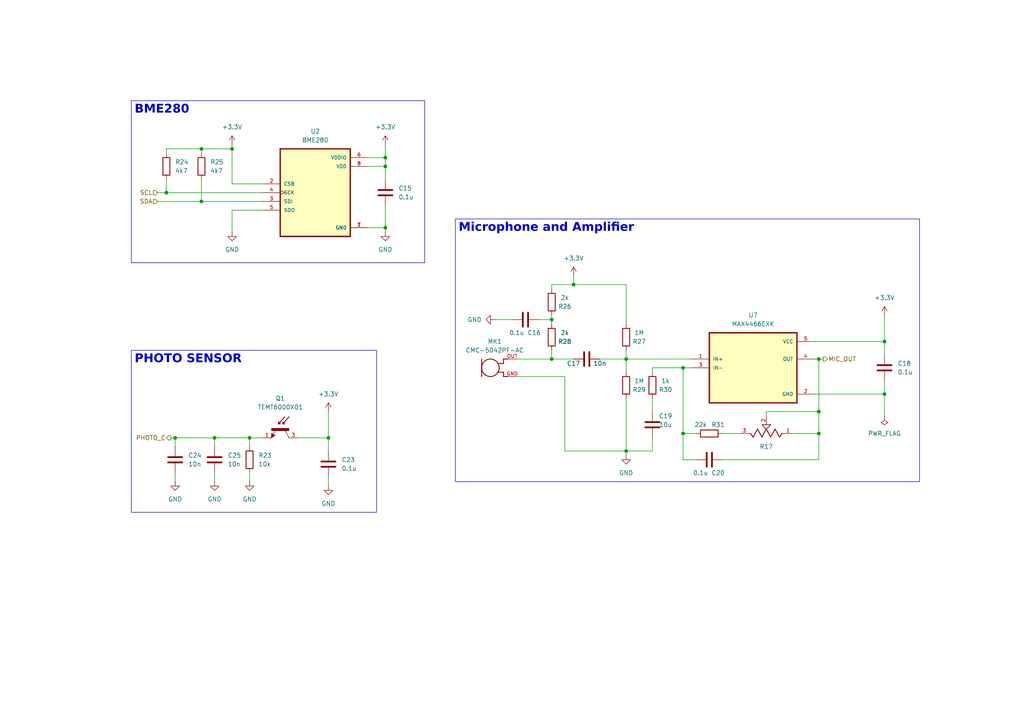
<source format=kicad_sch>
(kicad_sch
	(version 20250114)
	(generator "eeschema")
	(generator_version "9.0")
	(uuid "c46416c8-77a5-441f-bf67-a003ef96e99d")
	(paper "A4")
	(title_block
		(title "SENSORS")
		(date "2025-12-15")
		(company "YUKESH S  2024104010")
	)
	(lib_symbols
		(symbol "35WR100KLFTR:35WR100KLFTR"
			(pin_names
				(offset 1.016)
			)
			(exclude_from_sim no)
			(in_bom yes)
			(on_board yes)
			(property "Reference" "R"
				(at -5.08 5.08 0)
				(effects
					(font
						(size 1.27 1.27)
					)
					(justify left bottom)
				)
			)
			(property "Value" "35WR100KLFTR"
				(at -5.08 2.54 0)
				(effects
					(font
						(size 1.27 1.27)
					)
					(justify left bottom)
				)
			)
			(property "Footprint" "35WR100KLFTR:TRIM_35WR100KLFTR"
				(at 0 0 0)
				(effects
					(font
						(size 1.27 1.27)
					)
					(justify bottom)
					(hide yes)
				)
			)
			(property "Datasheet" ""
				(at 0 0 0)
				(effects
					(font
						(size 1.27 1.27)
					)
					(hide yes)
				)
			)
			(property "Description" ""
				(at 0 0 0)
				(effects
					(font
						(size 1.27 1.27)
					)
					(hide yes)
				)
			)
			(property "MF" "TT Electronics/BI"
				(at 0 0 0)
				(effects
					(font
						(size 1.27 1.27)
					)
					(justify bottom)
					(hide yes)
				)
			)
			(property "MAXIMUM_PACKAGE_HEIGHT" "1.8mm"
				(at 0 0 0)
				(effects
					(font
						(size 1.27 1.27)
					)
					(justify bottom)
					(hide yes)
				)
			)
			(property "Package" "TT Electronics/BI"
				(at 0 0 0)
				(effects
					(font
						(size 1.27 1.27)
					)
					(justify bottom)
					(hide yes)
				)
			)
			(property "Price" "None"
				(at 0 0 0)
				(effects
					(font
						(size 1.27 1.27)
					)
					(justify bottom)
					(hide yes)
				)
			)
			(property "Check_prices" "https://www.snapeda.com/parts/35WR100KLFTR/TT/view-part/?ref=eda"
				(at 0 0 0)
				(effects
					(font
						(size 1.27 1.27)
					)
					(justify bottom)
					(hide yes)
				)
			)
			(property "STANDARD" "Manufacturer Recommendations"
				(at 0 0 0)
				(effects
					(font
						(size 1.27 1.27)
					)
					(justify bottom)
					(hide yes)
				)
			)
			(property "PARTREV" "D"
				(at 0 0 0)
				(effects
					(font
						(size 1.27 1.27)
					)
					(justify bottom)
					(hide yes)
				)
			)
			(property "SnapEDA_Link" "https://www.snapeda.com/parts/35WR100KLFTR/TT/view-part/?ref=snap"
				(at 0 0 0)
				(effects
					(font
						(size 1.27 1.27)
					)
					(justify bottom)
					(hide yes)
				)
			)
			(property "MP" "35WR100KLFTR"
				(at 0 0 0)
				(effects
					(font
						(size 1.27 1.27)
					)
					(justify bottom)
					(hide yes)
				)
			)
			(property "Description_1" "100 kOhms 0.1W, 1/10W - Surface Mount Trimmer Potentiometer Cermet 1.0 Turn Top Adjustment"
				(at 0 0 0)
				(effects
					(font
						(size 1.27 1.27)
					)
					(justify bottom)
					(hide yes)
				)
			)
			(property "Availability" "In Stock"
				(at 0 0 0)
				(effects
					(font
						(size 1.27 1.27)
					)
					(justify bottom)
					(hide yes)
				)
			)
			(property "MANUFACTURER" "TT Electronics/BI"
				(at 0 0 0)
				(effects
					(font
						(size 1.27 1.27)
					)
					(justify bottom)
					(hide yes)
				)
			)
			(symbol "35WR100KLFTR_0_0"
				(polyline
					(pts
						(xy -5.08 0) (xy -4.572 0)
					)
					(stroke
						(width 0.1524)
						(type default)
					)
					(fill
						(type none)
					)
				)
				(polyline
					(pts
						(xy -4.572 0) (xy -3.81 1.016)
					)
					(stroke
						(width 0.254)
						(type default)
					)
					(fill
						(type none)
					)
				)
				(polyline
					(pts
						(xy -3.81 1.016) (xy -2.54 -1.27)
					)
					(stroke
						(width 0.254)
						(type default)
					)
					(fill
						(type none)
					)
				)
				(polyline
					(pts
						(xy -2.54 -1.27) (xy -1.27 1.016)
					)
					(stroke
						(width 0.254)
						(type default)
					)
					(fill
						(type none)
					)
				)
				(polyline
					(pts
						(xy -1.27 1.016) (xy 0 -1.27)
					)
					(stroke
						(width 0.254)
						(type default)
					)
					(fill
						(type none)
					)
				)
				(polyline
					(pts
						(xy -1.27 -2.54) (xy 0 -1.27)
					)
					(stroke
						(width 0.2032)
						(type default)
					)
					(fill
						(type none)
					)
				)
				(polyline
					(pts
						(xy 0 -1.27) (xy 1.27 1.016)
					)
					(stroke
						(width 0.254)
						(type default)
					)
					(fill
						(type none)
					)
				)
				(polyline
					(pts
						(xy 0 -1.27) (xy 1.27 -2.54)
					)
					(stroke
						(width 0.2032)
						(type default)
					)
					(fill
						(type none)
					)
				)
				(polyline
					(pts
						(xy 1.27 1.016) (xy 2.54 -1.27)
					)
					(stroke
						(width 0.254)
						(type default)
					)
					(fill
						(type none)
					)
				)
				(polyline
					(pts
						(xy 1.27 -2.54) (xy -1.27 -2.54)
					)
					(stroke
						(width 0.2032)
						(type default)
					)
					(fill
						(type none)
					)
				)
				(polyline
					(pts
						(xy 2.54 -1.27) (xy 3.81 1.016)
					)
					(stroke
						(width 0.254)
						(type default)
					)
					(fill
						(type none)
					)
				)
				(polyline
					(pts
						(xy 3.81 1.016) (xy 4.572 0)
					)
					(stroke
						(width 0.254)
						(type default)
					)
					(fill
						(type none)
					)
				)
				(polyline
					(pts
						(xy 4.572 0) (xy 5.08 0)
					)
					(stroke
						(width 0.1524)
						(type default)
					)
					(fill
						(type none)
					)
				)
				(pin passive line
					(at -7.62 0 0)
					(length 2.54)
					(name "~"
						(effects
							(font
								(size 1.016 1.016)
							)
						)
					)
					(number "1"
						(effects
							(font
								(size 1.016 1.016)
							)
						)
					)
				)
				(pin passive line
					(at 0 -5.08 90)
					(length 2.54)
					(name "~"
						(effects
							(font
								(size 1.016 1.016)
							)
						)
					)
					(number "2"
						(effects
							(font
								(size 1.016 1.016)
							)
						)
					)
				)
				(pin passive line
					(at 7.62 0 180)
					(length 2.54)
					(name "~"
						(effects
							(font
								(size 1.016 1.016)
							)
						)
					)
					(number "3"
						(effects
							(font
								(size 1.016 1.016)
							)
						)
					)
				)
			)
			(embedded_fonts no)
		)
		(symbol "BME280:BME280"
			(pin_names
				(offset 1.016)
			)
			(exclude_from_sim no)
			(in_bom yes)
			(on_board yes)
			(property "Reference" "U"
				(at -10.1662 13.3431 0)
				(effects
					(font
						(size 1.27 1.27)
					)
					(justify left bottom)
				)
			)
			(property "Value" "BME280"
				(at -10.1683 -15.2524 0)
				(effects
					(font
						(size 1.27 1.27)
					)
					(justify left bottom)
				)
			)
			(property "Footprint" "BME280:PSON65P250X250X100-8N"
				(at 0 0 0)
				(effects
					(font
						(size 1.27 1.27)
					)
					(justify bottom)
					(hide yes)
				)
			)
			(property "Datasheet" ""
				(at 0 0 0)
				(effects
					(font
						(size 1.27 1.27)
					)
					(hide yes)
				)
			)
			(property "Description" "Integrated pressure, humidity and temperature sensor; 8-pin 2.5x2.5x0.93mm LGA"
				(at 0 0 0)
				(effects
					(font
						(size 1.27 1.27)
					)
					(justify bottom)
					(hide yes)
				)
			)
			(property "MF" "Bosch"
				(at 0 0 0)
				(effects
					(font
						(size 1.27 1.27)
					)
					(justify bottom)
					(hide yes)
				)
			)
			(property "PACKAGE" "LGA-8 Bosch"
				(at 0 0 0)
				(effects
					(font
						(size 1.27 1.27)
					)
					(justify bottom)
					(hide yes)
				)
			)
			(property "PRICE" "4.94 USD"
				(at 0 0 0)
				(effects
					(font
						(size 1.27 1.27)
					)
					(justify bottom)
					(hide yes)
				)
			)
			(property "Package" "LGA-8 Bosch"
				(at 0 0 0)
				(effects
					(font
						(size 1.27 1.27)
					)
					(justify bottom)
					(hide yes)
				)
			)
			(property "Check_prices" "https://www.snapeda.com/parts/BME280/Bosch+Sensortec/view-part/?ref=eda"
				(at 0 0 0)
				(effects
					(font
						(size 1.27 1.27)
					)
					(justify bottom)
					(hide yes)
				)
			)
			(property "STANDARD" "IPC-7351B"
				(at 0 0 0)
				(effects
					(font
						(size 1.27 1.27)
					)
					(justify bottom)
					(hide yes)
				)
			)
			(property "SnapEDA_Link" "https://www.snapeda.com/parts/BME280/Bosch+Sensortec/view-part/?ref=snap"
				(at 0 0 0)
				(effects
					(font
						(size 1.27 1.27)
					)
					(justify bottom)
					(hide yes)
				)
			)
			(property "MP" "BME280"
				(at 0 0 0)
				(effects
					(font
						(size 1.27 1.27)
					)
					(justify bottom)
					(hide yes)
				)
			)
			(property "Price" "None"
				(at 0 0 0)
				(effects
					(font
						(size 1.27 1.27)
					)
					(justify bottom)
					(hide yes)
				)
			)
			(property "Availability" "In Stock"
				(at 0 0 0)
				(effects
					(font
						(size 1.27 1.27)
					)
					(justify bottom)
					(hide yes)
				)
			)
			(property "AVAILABILITY" "Good"
				(at 0 0 0)
				(effects
					(font
						(size 1.27 1.27)
					)
					(justify bottom)
					(hide yes)
				)
			)
			(property "Description_1" "Board Mount Humidity Sensors MEMS humidity, pressure and temperature sensor"
				(at 0 0 0)
				(effects
					(font
						(size 1.27 1.27)
					)
					(justify bottom)
					(hide yes)
				)
			)
			(symbol "BME280_0_0"
				(rectangle
					(start -10.16 -12.7)
					(end 10.16 12.7)
					(stroke
						(width 0.4064)
						(type default)
					)
					(fill
						(type background)
					)
				)
				(pin input line
					(at -15.24 2.54 0)
					(length 5.08)
					(name "CSB"
						(effects
							(font
								(size 1.016 1.016)
							)
						)
					)
					(number "2"
						(effects
							(font
								(size 1.016 1.016)
							)
						)
					)
				)
				(pin input clock
					(at -15.24 0 0)
					(length 5.08)
					(name "SCK"
						(effects
							(font
								(size 1.016 1.016)
							)
						)
					)
					(number "4"
						(effects
							(font
								(size 1.016 1.016)
							)
						)
					)
				)
				(pin bidirectional line
					(at -15.24 -2.54 0)
					(length 5.08)
					(name "SDI"
						(effects
							(font
								(size 1.016 1.016)
							)
						)
					)
					(number "3"
						(effects
							(font
								(size 1.016 1.016)
							)
						)
					)
				)
				(pin bidirectional line
					(at -15.24 -5.08 0)
					(length 5.08)
					(name "SDO"
						(effects
							(font
								(size 1.016 1.016)
							)
						)
					)
					(number "5"
						(effects
							(font
								(size 1.016 1.016)
							)
						)
					)
				)
				(pin power_in line
					(at 15.24 10.16 180)
					(length 5.08)
					(name "VDDIO"
						(effects
							(font
								(size 1.016 1.016)
							)
						)
					)
					(number "6"
						(effects
							(font
								(size 1.016 1.016)
							)
						)
					)
				)
				(pin power_in line
					(at 15.24 7.62 180)
					(length 5.08)
					(name "VDD"
						(effects
							(font
								(size 1.016 1.016)
							)
						)
					)
					(number "8"
						(effects
							(font
								(size 1.016 1.016)
							)
						)
					)
				)
				(pin power_in line
					(at 15.24 -10.16 180)
					(length 5.08)
					(name "GND"
						(effects
							(font
								(size 1.016 1.016)
							)
						)
					)
					(number "1"
						(effects
							(font
								(size 1.016 1.016)
							)
						)
					)
				)
				(pin power_in line
					(at 15.24 -10.16 180)
					(length 5.08)
					(name "GND"
						(effects
							(font
								(size 1.016 1.016)
							)
						)
					)
					(number "7"
						(effects
							(font
								(size 1.016 1.016)
							)
						)
					)
				)
			)
			(embedded_fonts no)
		)
		(symbol "CMC-5042PF-AC:CMC-5042PF-AC"
			(pin_names
				(offset 1.016)
			)
			(exclude_from_sim no)
			(in_bom yes)
			(on_board yes)
			(property "Reference" "MK"
				(at -2.5424 5.0848 0)
				(effects
					(font
						(size 1.27 1.27)
					)
					(justify left bottom)
				)
			)
			(property "Value" "CMC-5042PF-AC"
				(at -2.5442 -6.3606 0)
				(effects
					(font
						(size 1.27 1.27)
					)
					(justify left bottom)
				)
			)
			(property "Footprint" "CMC-5042PF-AC:CUI_CMC-5042PF-AC"
				(at 0 0 0)
				(effects
					(font
						(size 1.27 1.27)
					)
					(justify bottom)
					(hide yes)
				)
			)
			(property "Datasheet" ""
				(at 0 0 0)
				(effects
					(font
						(size 1.27 1.27)
					)
					(hide yes)
				)
			)
			(property "Description" ""
				(at 0 0 0)
				(effects
					(font
						(size 1.27 1.27)
					)
					(hide yes)
				)
			)
			(property "MF" "Same Sky"
				(at 0 0 0)
				(effects
					(font
						(size 1.27 1.27)
					)
					(justify bottom)
					(hide yes)
				)
			)
			(property "Description_1" "6.0 mm, Omnidirectional, PCB Mount, 2.0 Vdc, Electret Condenser Microphone"
				(at 0 0 0)
				(effects
					(font
						(size 1.27 1.27)
					)
					(justify bottom)
					(hide yes)
				)
			)
			(property "Package" "None"
				(at 0 0 0)
				(effects
					(font
						(size 1.27 1.27)
					)
					(justify bottom)
					(hide yes)
				)
			)
			(property "Price" "None"
				(at 0 0 0)
				(effects
					(font
						(size 1.27 1.27)
					)
					(justify bottom)
					(hide yes)
				)
			)
			(property "Check_prices" "https://www.snapeda.com/parts/CMC-5042PF-AC/Same+Sky/view-part/?ref=eda"
				(at 0 0 0)
				(effects
					(font
						(size 1.27 1.27)
					)
					(justify bottom)
					(hide yes)
				)
			)
			(property "STANDARD" "Manufacturer recommendations"
				(at 0 0 0)
				(effects
					(font
						(size 1.27 1.27)
					)
					(justify bottom)
					(hide yes)
				)
			)
			(property "SnapEDA_Link" "https://www.snapeda.com/parts/CMC-5042PF-AC/Same+Sky/view-part/?ref=snap"
				(at 0 0 0)
				(effects
					(font
						(size 1.27 1.27)
					)
					(justify bottom)
					(hide yes)
				)
			)
			(property "MP" "CMC-5042PF-AC"
				(at 0 0 0)
				(effects
					(font
						(size 1.27 1.27)
					)
					(justify bottom)
					(hide yes)
				)
			)
			(property "Availability" "In Stock"
				(at 0 0 0)
				(effects
					(font
						(size 1.27 1.27)
					)
					(justify bottom)
					(hide yes)
				)
			)
			(property "MANUFACTURER" "CUI INC"
				(at 0 0 0)
				(effects
					(font
						(size 1.27 1.27)
					)
					(justify bottom)
					(hide yes)
				)
			)
			(symbol "CMC-5042PF-AC_0_0"
				(polyline
					(pts
						(xy -2.54 2.54) (xy -2.54 -2.54)
					)
					(stroke
						(width 0.254)
						(type default)
					)
					(fill
						(type none)
					)
				)
				(circle
					(center 0 0)
					(radius 2.54)
					(stroke
						(width 0.254)
						(type default)
					)
					(fill
						(type none)
					)
				)
				(polyline
					(pts
						(xy 3.81 2.54) (xy 3.81 1.27)
					)
					(stroke
						(width 0.254)
						(type default)
					)
					(fill
						(type none)
					)
				)
				(polyline
					(pts
						(xy 3.81 1.27) (xy 2.2352 1.27)
					)
					(stroke
						(width 0.254)
						(type default)
					)
					(fill
						(type none)
					)
				)
				(polyline
					(pts
						(xy 3.81 -1.27) (xy 2.2352 -1.27)
					)
					(stroke
						(width 0.254)
						(type default)
					)
					(fill
						(type none)
					)
				)
				(polyline
					(pts
						(xy 3.81 -2.54) (xy 3.81 -1.27)
					)
					(stroke
						(width 0.254)
						(type default)
					)
					(fill
						(type none)
					)
				)
				(polyline
					(pts
						(xy 5.08 2.54) (xy 3.81 2.54)
					)
					(stroke
						(width 0.254)
						(type default)
					)
					(fill
						(type none)
					)
				)
				(polyline
					(pts
						(xy 5.08 -2.54) (xy 3.81 -2.54)
					)
					(stroke
						(width 0.254)
						(type default)
					)
					(fill
						(type none)
					)
				)
				(pin output line
					(at 7.62 2.54 180)
					(length 2.54)
					(name "~"
						(effects
							(font
								(size 1.016 1.016)
							)
						)
					)
					(number "OUT"
						(effects
							(font
								(size 1.016 1.016)
							)
						)
					)
				)
				(pin power_in line
					(at 7.62 -2.54 180)
					(length 2.54)
					(name "~"
						(effects
							(font
								(size 1.016 1.016)
							)
						)
					)
					(number "GND"
						(effects
							(font
								(size 1.016 1.016)
							)
						)
					)
				)
			)
			(embedded_fonts no)
		)
		(symbol "Device:C"
			(pin_numbers
				(hide yes)
			)
			(pin_names
				(offset 0.254)
			)
			(exclude_from_sim no)
			(in_bom yes)
			(on_board yes)
			(property "Reference" "C"
				(at 0.635 2.54 0)
				(effects
					(font
						(size 1.27 1.27)
					)
					(justify left)
				)
			)
			(property "Value" "C"
				(at 0.635 -2.54 0)
				(effects
					(font
						(size 1.27 1.27)
					)
					(justify left)
				)
			)
			(property "Footprint" ""
				(at 0.9652 -3.81 0)
				(effects
					(font
						(size 1.27 1.27)
					)
					(hide yes)
				)
			)
			(property "Datasheet" "~"
				(at 0 0 0)
				(effects
					(font
						(size 1.27 1.27)
					)
					(hide yes)
				)
			)
			(property "Description" "Unpolarized capacitor"
				(at 0 0 0)
				(effects
					(font
						(size 1.27 1.27)
					)
					(hide yes)
				)
			)
			(property "ki_keywords" "cap capacitor"
				(at 0 0 0)
				(effects
					(font
						(size 1.27 1.27)
					)
					(hide yes)
				)
			)
			(property "ki_fp_filters" "C_*"
				(at 0 0 0)
				(effects
					(font
						(size 1.27 1.27)
					)
					(hide yes)
				)
			)
			(symbol "C_0_1"
				(polyline
					(pts
						(xy -2.032 0.762) (xy 2.032 0.762)
					)
					(stroke
						(width 0.508)
						(type default)
					)
					(fill
						(type none)
					)
				)
				(polyline
					(pts
						(xy -2.032 -0.762) (xy 2.032 -0.762)
					)
					(stroke
						(width 0.508)
						(type default)
					)
					(fill
						(type none)
					)
				)
			)
			(symbol "C_1_1"
				(pin passive line
					(at 0 3.81 270)
					(length 2.794)
					(name "~"
						(effects
							(font
								(size 1.27 1.27)
							)
						)
					)
					(number "1"
						(effects
							(font
								(size 1.27 1.27)
							)
						)
					)
				)
				(pin passive line
					(at 0 -3.81 90)
					(length 2.794)
					(name "~"
						(effects
							(font
								(size 1.27 1.27)
							)
						)
					)
					(number "2"
						(effects
							(font
								(size 1.27 1.27)
							)
						)
					)
				)
			)
			(embedded_fonts no)
		)
		(symbol "Device:R"
			(pin_numbers
				(hide yes)
			)
			(pin_names
				(offset 0)
			)
			(exclude_from_sim no)
			(in_bom yes)
			(on_board yes)
			(property "Reference" "R"
				(at 2.032 0 90)
				(effects
					(font
						(size 1.27 1.27)
					)
				)
			)
			(property "Value" "R"
				(at 0 0 90)
				(effects
					(font
						(size 1.27 1.27)
					)
				)
			)
			(property "Footprint" ""
				(at -1.778 0 90)
				(effects
					(font
						(size 1.27 1.27)
					)
					(hide yes)
				)
			)
			(property "Datasheet" "~"
				(at 0 0 0)
				(effects
					(font
						(size 1.27 1.27)
					)
					(hide yes)
				)
			)
			(property "Description" "Resistor"
				(at 0 0 0)
				(effects
					(font
						(size 1.27 1.27)
					)
					(hide yes)
				)
			)
			(property "ki_keywords" "R res resistor"
				(at 0 0 0)
				(effects
					(font
						(size 1.27 1.27)
					)
					(hide yes)
				)
			)
			(property "ki_fp_filters" "R_*"
				(at 0 0 0)
				(effects
					(font
						(size 1.27 1.27)
					)
					(hide yes)
				)
			)
			(symbol "R_0_1"
				(rectangle
					(start -1.016 -2.54)
					(end 1.016 2.54)
					(stroke
						(width 0.254)
						(type default)
					)
					(fill
						(type none)
					)
				)
			)
			(symbol "R_1_1"
				(pin passive line
					(at 0 3.81 270)
					(length 1.27)
					(name "~"
						(effects
							(font
								(size 1.27 1.27)
							)
						)
					)
					(number "1"
						(effects
							(font
								(size 1.27 1.27)
							)
						)
					)
				)
				(pin passive line
					(at 0 -3.81 90)
					(length 1.27)
					(name "~"
						(effects
							(font
								(size 1.27 1.27)
							)
						)
					)
					(number "2"
						(effects
							(font
								(size 1.27 1.27)
							)
						)
					)
				)
			)
			(embedded_fonts no)
		)
		(symbol "MAX4466EXK:MAX4466EXK"
			(pin_names
				(offset 1.016)
			)
			(exclude_from_sim no)
			(in_bom yes)
			(on_board yes)
			(property "Reference" "U"
				(at -12.7 11.16 0)
				(effects
					(font
						(size 1.27 1.27)
					)
					(justify left bottom)
				)
			)
			(property "Value" "MAX4466EXK"
				(at -12.7 -14.16 0)
				(effects
					(font
						(size 1.27 1.27)
					)
					(justify left bottom)
				)
			)
			(property "Footprint" "MAX4466EXK:SOT65P210X110-5N"
				(at 0 0 0)
				(effects
					(font
						(size 1.27 1.27)
					)
					(justify bottom)
					(hide yes)
				)
			)
			(property "Datasheet" ""
				(at 0 0 0)
				(effects
					(font
						(size 1.27 1.27)
					)
					(hide yes)
				)
			)
			(property "Description" ""
				(at 0 0 0)
				(effects
					(font
						(size 1.27 1.27)
					)
					(hide yes)
				)
			)
			(property "MF" "Analog Devices"
				(at 0 0 0)
				(effects
					(font
						(size 1.27 1.27)
					)
					(justify bottom)
					(hide yes)
				)
			)
			(property "Description_1" "Amplifier IC 1-Channel (Mono) Class AB SC-70-5"
				(at 0 0 0)
				(effects
					(font
						(size 1.27 1.27)
					)
					(justify bottom)
					(hide yes)
				)
			)
			(property "Package" "SC-70-5 Maxim"
				(at 0 0 0)
				(effects
					(font
						(size 1.27 1.27)
					)
					(justify bottom)
					(hide yes)
				)
			)
			(property "Price" "None"
				(at 0 0 0)
				(effects
					(font
						(size 1.27 1.27)
					)
					(justify bottom)
					(hide yes)
				)
			)
			(property "SnapEDA_Link" "https://www.snapeda.com/parts/MAX4466EXK/Analog+Devices/view-part/?ref=snap"
				(at 0 0 0)
				(effects
					(font
						(size 1.27 1.27)
					)
					(justify bottom)
					(hide yes)
				)
			)
			(property "MP" "MAX4466EXK"
				(at 0 0 0)
				(effects
					(font
						(size 1.27 1.27)
					)
					(justify bottom)
					(hide yes)
				)
			)
			(property "Availability" "In Stock"
				(at 0 0 0)
				(effects
					(font
						(size 1.27 1.27)
					)
					(justify bottom)
					(hide yes)
				)
			)
			(property "Check_prices" "https://www.snapeda.com/parts/MAX4466EXK/Analog+Devices/view-part/?ref=eda"
				(at 0 0 0)
				(effects
					(font
						(size 1.27 1.27)
					)
					(justify bottom)
					(hide yes)
				)
			)
			(symbol "MAX4466EXK_0_0"
				(rectangle
					(start -12.7 -10.16)
					(end 12.7 10.16)
					(stroke
						(width 0.41)
						(type default)
					)
					(fill
						(type background)
					)
				)
				(pin input line
					(at -17.78 2.54 0)
					(length 5.08)
					(name "IN+"
						(effects
							(font
								(size 1.016 1.016)
							)
						)
					)
					(number "1"
						(effects
							(font
								(size 1.016 1.016)
							)
						)
					)
				)
				(pin input line
					(at -17.78 0 0)
					(length 5.08)
					(name "IN-"
						(effects
							(font
								(size 1.016 1.016)
							)
						)
					)
					(number "3"
						(effects
							(font
								(size 1.016 1.016)
							)
						)
					)
				)
				(pin power_in line
					(at 17.78 7.62 180)
					(length 5.08)
					(name "VCC"
						(effects
							(font
								(size 1.016 1.016)
							)
						)
					)
					(number "5"
						(effects
							(font
								(size 1.016 1.016)
							)
						)
					)
				)
				(pin output line
					(at 17.78 2.54 180)
					(length 5.08)
					(name "OUT"
						(effects
							(font
								(size 1.016 1.016)
							)
						)
					)
					(number "4"
						(effects
							(font
								(size 1.016 1.016)
							)
						)
					)
				)
				(pin power_in line
					(at 17.78 -7.62 180)
					(length 5.08)
					(name "GND"
						(effects
							(font
								(size 1.016 1.016)
							)
						)
					)
					(number "2"
						(effects
							(font
								(size 1.016 1.016)
							)
						)
					)
				)
			)
			(embedded_fonts no)
		)
		(symbol "TEMT6000X01:TEMT6000X01"
			(pin_names
				(offset 1.016)
			)
			(exclude_from_sim no)
			(in_bom yes)
			(on_board yes)
			(property "Reference" "Q"
				(at 5.0999 0 0)
				(effects
					(font
						(size 1.27 1.27)
					)
					(justify left bottom)
				)
			)
			(property "Value" "TEMT6000X01"
				(at 5.0887 -2.5444 0)
				(effects
					(font
						(size 1.27 1.27)
					)
					(justify left bottom)
				)
			)
			(property "Footprint" "TEMT6000X01:TRANS_TEMT6000X01"
				(at 0 0 0)
				(effects
					(font
						(size 1.27 1.27)
					)
					(justify bottom)
					(hide yes)
				)
			)
			(property "Datasheet" ""
				(at 0 0 0)
				(effects
					(font
						(size 1.27 1.27)
					)
					(hide yes)
				)
			)
			(property "Description" ""
				(at 0 0 0)
				(effects
					(font
						(size 1.27 1.27)
					)
					(hide yes)
				)
			)
			(property "MF" "Vishay Semiconductor"
				(at 0 0 0)
				(effects
					(font
						(size 1.27 1.27)
					)
					(justify bottom)
					(hide yes)
				)
			)
			(property "Description_1" "Phototransistors 570nm Top View 1206 (3216 Metric)"
				(at 0 0 0)
				(effects
					(font
						(size 1.27 1.27)
					)
					(justify bottom)
					(hide yes)
				)
			)
			(property "Package" "1206 Vishay"
				(at 0 0 0)
				(effects
					(font
						(size 1.27 1.27)
					)
					(justify bottom)
					(hide yes)
				)
			)
			(property "Price" "None"
				(at 0 0 0)
				(effects
					(font
						(size 1.27 1.27)
					)
					(justify bottom)
					(hide yes)
				)
			)
			(property "Check_prices" "https://www.snapeda.com/parts/TEMT6000X01/Vishay+Semiconductor+Opto+Division/view-part/?ref=eda"
				(at 0 0 0)
				(effects
					(font
						(size 1.27 1.27)
					)
					(justify bottom)
					(hide yes)
				)
			)
			(property "STANDARD" "Manufacturer Recommendations"
				(at 0 0 0)
				(effects
					(font
						(size 1.27 1.27)
					)
					(justify bottom)
					(hide yes)
				)
			)
			(property "PARTREV" "1.9"
				(at 0 0 0)
				(effects
					(font
						(size 1.27 1.27)
					)
					(justify bottom)
					(hide yes)
				)
			)
			(property "SnapEDA_Link" "https://www.snapeda.com/parts/TEMT6000X01/Vishay+Semiconductor+Opto+Division/view-part/?ref=snap"
				(at 0 0 0)
				(effects
					(font
						(size 1.27 1.27)
					)
					(justify bottom)
					(hide yes)
				)
			)
			(property "MP" "TEMT6000X01"
				(at 0 0 0)
				(effects
					(font
						(size 1.27 1.27)
					)
					(justify bottom)
					(hide yes)
				)
			)
			(property "Availability" "In Stock"
				(at 0 0 0)
				(effects
					(font
						(size 1.27 1.27)
					)
					(justify bottom)
					(hide yes)
				)
			)
			(property "MANUFACTURER" "VISHAY"
				(at 0 0 0)
				(effects
					(font
						(size 1.27 1.27)
					)
					(justify bottom)
					(hide yes)
				)
			)
			(symbol "TEMT6000X01_0_0"
				(polyline
					(pts
						(xy -3.556 2.54) (xy -1.524 0.762)
					)
					(stroke
						(width 0.254)
						(type default)
					)
					(fill
						(type none)
					)
				)
				(polyline
					(pts
						(xy -3.556 1.27) (xy -1.524 -0.508)
					)
					(stroke
						(width 0.254)
						(type default)
					)
					(fill
						(type none)
					)
				)
				(polyline
					(pts
						(xy -2.032 0.762) (xy -1.524 1.27)
					)
					(stroke
						(width 0.254)
						(type default)
					)
					(fill
						(type none)
					)
				)
				(polyline
					(pts
						(xy -2.032 -0.508) (xy -1.524 0)
					)
					(stroke
						(width 0.254)
						(type default)
					)
					(fill
						(type none)
					)
				)
				(polyline
					(pts
						(xy -1.524 1.27) (xy -1.524 0.762)
					)
					(stroke
						(width 0.254)
						(type default)
					)
					(fill
						(type none)
					)
				)
				(polyline
					(pts
						(xy -1.524 0.762) (xy -2.032 0.762)
					)
					(stroke
						(width 0.254)
						(type default)
					)
					(fill
						(type none)
					)
				)
				(polyline
					(pts
						(xy -1.524 0) (xy -1.524 -0.508)
					)
					(stroke
						(width 0.254)
						(type default)
					)
					(fill
						(type none)
					)
				)
				(polyline
					(pts
						(xy -1.524 -0.508) (xy -2.032 -0.508)
					)
					(stroke
						(width 0.254)
						(type default)
					)
					(fill
						(type none)
					)
				)
				(rectangle
					(start -0.2547 -2.5468)
					(end 0.508 2.54)
					(stroke
						(width 0.1)
						(type default)
					)
					(fill
						(type outline)
					)
				)
				(polyline
					(pts
						(xy 1.27 -2.54) (xy 1.778 -1.524)
					)
					(stroke
						(width 0.1524)
						(type default)
					)
					(fill
						(type none)
					)
				)
				(polyline
					(pts
						(xy 1.524 -2.286) (xy 1.905 -2.286)
					)
					(stroke
						(width 0.254)
						(type default)
					)
					(fill
						(type none)
					)
				)
				(polyline
					(pts
						(xy 1.524 -2.413) (xy 2.286 -2.413)
					)
					(stroke
						(width 0.254)
						(type default)
					)
					(fill
						(type none)
					)
				)
				(polyline
					(pts
						(xy 1.54 -2.04) (xy 0.308 -1.424)
					)
					(stroke
						(width 0.1524)
						(type default)
					)
					(fill
						(type none)
					)
				)
				(polyline
					(pts
						(xy 1.778 -1.524) (xy 2.54 -2.54)
					)
					(stroke
						(width 0.1524)
						(type default)
					)
					(fill
						(type none)
					)
				)
				(polyline
					(pts
						(xy 1.778 -1.778) (xy 1.524 -2.286)
					)
					(stroke
						(width 0.254)
						(type default)
					)
					(fill
						(type none)
					)
				)
				(polyline
					(pts
						(xy 1.905 -2.286) (xy 1.778 -2.032)
					)
					(stroke
						(width 0.254)
						(type default)
					)
					(fill
						(type none)
					)
				)
				(polyline
					(pts
						(xy 2.286 -2.413) (xy 1.778 -1.778)
					)
					(stroke
						(width 0.254)
						(type default)
					)
					(fill
						(type none)
					)
				)
				(polyline
					(pts
						(xy 2.54 2.54) (xy 0.508 1.524)
					)
					(stroke
						(width 0.1524)
						(type default)
					)
					(fill
						(type none)
					)
				)
				(polyline
					(pts
						(xy 2.54 -2.54) (xy 1.27 -2.54)
					)
					(stroke
						(width 0.1524)
						(type default)
					)
					(fill
						(type none)
					)
				)
				(pin passive line
					(at 2.54 5.08 270)
					(length 2.54)
					(name "~"
						(effects
							(font
								(size 1.016 1.016)
							)
						)
					)
					(number "3"
						(effects
							(font
								(size 1.016 1.016)
							)
						)
					)
				)
				(pin passive line
					(at 2.54 -5.08 90)
					(length 2.54)
					(name "~"
						(effects
							(font
								(size 1.016 1.016)
							)
						)
					)
					(number "1"
						(effects
							(font
								(size 1.016 1.016)
							)
						)
					)
				)
			)
			(embedded_fonts no)
		)
		(symbol "power:+3.3V"
			(power)
			(pin_numbers
				(hide yes)
			)
			(pin_names
				(offset 0)
				(hide yes)
			)
			(exclude_from_sim no)
			(in_bom yes)
			(on_board yes)
			(property "Reference" "#PWR"
				(at 0 -3.81 0)
				(effects
					(font
						(size 1.27 1.27)
					)
					(hide yes)
				)
			)
			(property "Value" "+3.3V"
				(at 0 3.556 0)
				(effects
					(font
						(size 1.27 1.27)
					)
				)
			)
			(property "Footprint" ""
				(at 0 0 0)
				(effects
					(font
						(size 1.27 1.27)
					)
					(hide yes)
				)
			)
			(property "Datasheet" ""
				(at 0 0 0)
				(effects
					(font
						(size 1.27 1.27)
					)
					(hide yes)
				)
			)
			(property "Description" "Power symbol creates a global label with name \"+3.3V\""
				(at 0 0 0)
				(effects
					(font
						(size 1.27 1.27)
					)
					(hide yes)
				)
			)
			(property "ki_keywords" "global power"
				(at 0 0 0)
				(effects
					(font
						(size 1.27 1.27)
					)
					(hide yes)
				)
			)
			(symbol "+3.3V_0_1"
				(polyline
					(pts
						(xy -0.762 1.27) (xy 0 2.54)
					)
					(stroke
						(width 0)
						(type default)
					)
					(fill
						(type none)
					)
				)
				(polyline
					(pts
						(xy 0 2.54) (xy 0.762 1.27)
					)
					(stroke
						(width 0)
						(type default)
					)
					(fill
						(type none)
					)
				)
				(polyline
					(pts
						(xy 0 0) (xy 0 2.54)
					)
					(stroke
						(width 0)
						(type default)
					)
					(fill
						(type none)
					)
				)
			)
			(symbol "+3.3V_1_1"
				(pin power_in line
					(at 0 0 90)
					(length 0)
					(name "~"
						(effects
							(font
								(size 1.27 1.27)
							)
						)
					)
					(number "1"
						(effects
							(font
								(size 1.27 1.27)
							)
						)
					)
				)
			)
			(embedded_fonts no)
		)
		(symbol "power:GND"
			(power)
			(pin_numbers
				(hide yes)
			)
			(pin_names
				(offset 0)
				(hide yes)
			)
			(exclude_from_sim no)
			(in_bom yes)
			(on_board yes)
			(property "Reference" "#PWR"
				(at 0 -6.35 0)
				(effects
					(font
						(size 1.27 1.27)
					)
					(hide yes)
				)
			)
			(property "Value" "GND"
				(at 0 -3.81 0)
				(effects
					(font
						(size 1.27 1.27)
					)
				)
			)
			(property "Footprint" ""
				(at 0 0 0)
				(effects
					(font
						(size 1.27 1.27)
					)
					(hide yes)
				)
			)
			(property "Datasheet" ""
				(at 0 0 0)
				(effects
					(font
						(size 1.27 1.27)
					)
					(hide yes)
				)
			)
			(property "Description" "Power symbol creates a global label with name \"GND\" , ground"
				(at 0 0 0)
				(effects
					(font
						(size 1.27 1.27)
					)
					(hide yes)
				)
			)
			(property "ki_keywords" "global power"
				(at 0 0 0)
				(effects
					(font
						(size 1.27 1.27)
					)
					(hide yes)
				)
			)
			(symbol "GND_0_1"
				(polyline
					(pts
						(xy 0 0) (xy 0 -1.27) (xy 1.27 -1.27) (xy 0 -2.54) (xy -1.27 -1.27) (xy 0 -1.27)
					)
					(stroke
						(width 0)
						(type default)
					)
					(fill
						(type none)
					)
				)
			)
			(symbol "GND_1_1"
				(pin power_in line
					(at 0 0 270)
					(length 0)
					(name "~"
						(effects
							(font
								(size 1.27 1.27)
							)
						)
					)
					(number "1"
						(effects
							(font
								(size 1.27 1.27)
							)
						)
					)
				)
			)
			(embedded_fonts no)
		)
		(symbol "power:PWR_FLAG"
			(power)
			(pin_numbers
				(hide yes)
			)
			(pin_names
				(offset 0)
				(hide yes)
			)
			(exclude_from_sim no)
			(in_bom yes)
			(on_board yes)
			(property "Reference" "#FLG"
				(at 0 1.905 0)
				(effects
					(font
						(size 1.27 1.27)
					)
					(hide yes)
				)
			)
			(property "Value" "PWR_FLAG"
				(at 0 3.81 0)
				(effects
					(font
						(size 1.27 1.27)
					)
				)
			)
			(property "Footprint" ""
				(at 0 0 0)
				(effects
					(font
						(size 1.27 1.27)
					)
					(hide yes)
				)
			)
			(property "Datasheet" "~"
				(at 0 0 0)
				(effects
					(font
						(size 1.27 1.27)
					)
					(hide yes)
				)
			)
			(property "Description" "Special symbol for telling ERC where power comes from"
				(at 0 0 0)
				(effects
					(font
						(size 1.27 1.27)
					)
					(hide yes)
				)
			)
			(property "ki_keywords" "flag power"
				(at 0 0 0)
				(effects
					(font
						(size 1.27 1.27)
					)
					(hide yes)
				)
			)
			(symbol "PWR_FLAG_0_0"
				(pin power_out line
					(at 0 0 90)
					(length 0)
					(name "~"
						(effects
							(font
								(size 1.27 1.27)
							)
						)
					)
					(number "1"
						(effects
							(font
								(size 1.27 1.27)
							)
						)
					)
				)
			)
			(symbol "PWR_FLAG_0_1"
				(polyline
					(pts
						(xy 0 0) (xy 0 1.27) (xy -1.016 1.905) (xy 0 2.54) (xy 1.016 1.905) (xy 0 1.27)
					)
					(stroke
						(width 0)
						(type default)
					)
					(fill
						(type none)
					)
				)
			)
			(embedded_fonts no)
		)
	)
	(text_box "BME280"
		(exclude_from_sim no)
		(at 38.1 29.21 0)
		(size 85.09 46.99)
		(margins 0.9525 0.9525 0.9525 0.9525)
		(stroke
			(width 0)
			(type solid)
		)
		(fill
			(type none)
		)
		(effects
			(font
				(face "Arial Rounded MT Bold")
				(size 2.5 2.5)
				(bold yes)
			)
			(justify left top)
		)
		(uuid "227e4caa-9d46-4ca5-829a-bab4f5572bfe")
	)
	(text_box "Microphone and Amplifier"
		(exclude_from_sim no)
		(at 132.08 63.5 0)
		(size 134.62 76.2)
		(margins 0.9525 0.9525 0.9525 0.9525)
		(stroke
			(width 0)
			(type solid)
		)
		(fill
			(type none)
		)
		(effects
			(font
				(face "Arial Rounded MT Bold")
				(size 2.5 2.5)
				(thickness 0.254)
				(bold yes)
			)
			(justify left top)
		)
		(uuid "2f303b6d-e1cd-428f-8f74-fd152932facf")
	)
	(text_box "PHOTO SENSOR"
		(exclude_from_sim no)
		(at 38.1 101.6 0)
		(size 71.12 46.99)
		(margins 0.9525 0.9525 0.9525 0.9525)
		(stroke
			(width 0)
			(type solid)
		)
		(fill
			(type none)
		)
		(effects
			(font
				(face "Arial Rounded MT Bold")
				(size 2.5 2.5)
				(bold yes)
			)
			(justify left top)
		)
		(uuid "b3fd9389-20d1-494b-98cd-8cda43c7e3f3")
	)
	(junction
		(at 67.31 43.18)
		(diameter 0)
		(color 0 0 0 0)
		(uuid "2905e1f1-8c8a-47d6-b814-8e39f35c0c1a")
	)
	(junction
		(at 181.61 104.14)
		(diameter 0)
		(color 0 0 0 0)
		(uuid "32046cff-1223-4791-bde1-2786d8fe46ee")
	)
	(junction
		(at 95.25 127)
		(diameter 0)
		(color 0 0 0 0)
		(uuid "532d3ae2-2182-4d34-965a-eebe3976db93")
	)
	(junction
		(at 237.49 125.73)
		(diameter 0)
		(color 0 0 0 0)
		(uuid "638219ca-66e2-461b-91d7-b6de1cf579e0")
	)
	(junction
		(at 181.61 130.81)
		(diameter 0)
		(color 0 0 0 0)
		(uuid "69fa3812-05a6-4377-b736-6d9792a5c9eb")
	)
	(junction
		(at 198.12 125.73)
		(diameter 0)
		(color 0 0 0 0)
		(uuid "6be30c51-cf6b-4210-ab4b-f4bcd14eccff")
	)
	(junction
		(at 237.49 104.14)
		(diameter 0)
		(color 0 0 0 0)
		(uuid "842897c5-937d-46c3-aa72-73077acfd9cf")
	)
	(junction
		(at 48.26 55.88)
		(diameter 0)
		(color 0 0 0 0)
		(uuid "89e2f15e-cc8d-4328-8980-94e0d7459081")
	)
	(junction
		(at 111.76 45.72)
		(diameter 0)
		(color 0 0 0 0)
		(uuid "923a76cb-c28b-4041-b409-f6f80b8e8dbc")
	)
	(junction
		(at 256.54 99.06)
		(diameter 0)
		(color 0 0 0 0)
		(uuid "946cc344-3ab0-49e2-9940-1fafd4d7be40")
	)
	(junction
		(at 50.8 127)
		(diameter 0)
		(color 0 0 0 0)
		(uuid "94766c0b-5321-4601-a638-9aeb46a0c4f7")
	)
	(junction
		(at 237.49 119.38)
		(diameter 0)
		(color 0 0 0 0)
		(uuid "abac13ad-0d5f-4d03-8996-2b8640fc8fd0")
	)
	(junction
		(at 72.39 127)
		(diameter 0)
		(color 0 0 0 0)
		(uuid "beb5aac6-4885-4f3f-93fb-a7b20d871e26")
	)
	(junction
		(at 111.76 66.04)
		(diameter 0)
		(color 0 0 0 0)
		(uuid "c98bb48c-046b-431b-b9de-719d86e5ff7e")
	)
	(junction
		(at 160.02 92.71)
		(diameter 0)
		(color 0 0 0 0)
		(uuid "cf75d35c-c3d6-4a84-9ed5-577602ef26c6")
	)
	(junction
		(at 256.54 114.3)
		(diameter 0)
		(color 0 0 0 0)
		(uuid "d1bf7ed1-2c6d-4f0c-89d1-6593bcdc8fac")
	)
	(junction
		(at 111.76 48.26)
		(diameter 0)
		(color 0 0 0 0)
		(uuid "d2227982-7889-404a-96b4-9bc153340e76")
	)
	(junction
		(at 58.42 58.42)
		(diameter 0)
		(color 0 0 0 0)
		(uuid "e35d1d9b-c74d-457b-ba04-c8c2577e30d2")
	)
	(junction
		(at 160.02 104.14)
		(diameter 0)
		(color 0 0 0 0)
		(uuid "ee6cb3bc-5330-4778-8c24-4258dc11d2d1")
	)
	(junction
		(at 58.42 43.18)
		(diameter 0)
		(color 0 0 0 0)
		(uuid "f1998408-2185-456f-955a-c2ac2bf5b102")
	)
	(junction
		(at 62.23 127)
		(diameter 0)
		(color 0 0 0 0)
		(uuid "f72436c8-e664-4440-a0db-59602417a7d5")
	)
	(junction
		(at 198.12 106.68)
		(diameter 0)
		(color 0 0 0 0)
		(uuid "f7478719-120d-4bb7-9d72-44540a37304f")
	)
	(junction
		(at 166.37 82.55)
		(diameter 0)
		(color 0 0 0 0)
		(uuid "fa756714-7e23-42cd-b96a-d051b544e655")
	)
	(wire
		(pts
			(xy 106.68 66.04) (xy 111.76 66.04)
		)
		(stroke
			(width 0)
			(type default)
		)
		(uuid "02b48e70-b356-4fdd-b5c0-cf3cce3f50de")
	)
	(wire
		(pts
			(xy 48.26 55.88) (xy 76.2 55.88)
		)
		(stroke
			(width 0)
			(type default)
		)
		(uuid "032b8b90-38df-489e-989e-dfc2ca5e6dc5")
	)
	(wire
		(pts
			(xy 48.26 43.18) (xy 58.42 43.18)
		)
		(stroke
			(width 0)
			(type default)
		)
		(uuid "04a8c601-f32a-40d5-b856-64cd74b2c2fb")
	)
	(wire
		(pts
			(xy 256.54 114.3) (xy 256.54 110.49)
		)
		(stroke
			(width 0)
			(type default)
		)
		(uuid "067bd2f2-6ccc-4bd7-8678-3c6cc2095cbf")
	)
	(wire
		(pts
			(xy 189.23 107.95) (xy 189.23 106.68)
		)
		(stroke
			(width 0)
			(type default)
		)
		(uuid "0c78c8ca-7218-4e69-bd77-af12b53588f2")
	)
	(wire
		(pts
			(xy 76.2 53.34) (xy 67.31 53.34)
		)
		(stroke
			(width 0)
			(type default)
		)
		(uuid "10054434-e182-4211-94d0-87fed0e1f0e6")
	)
	(wire
		(pts
			(xy 62.23 127) (xy 62.23 129.54)
		)
		(stroke
			(width 0)
			(type default)
		)
		(uuid "109dec53-2f6d-4832-926c-131ec0ed3343")
	)
	(wire
		(pts
			(xy 58.42 52.07) (xy 58.42 58.42)
		)
		(stroke
			(width 0)
			(type default)
		)
		(uuid "10ebfd64-2f85-40fb-879f-36da5a73ba20")
	)
	(wire
		(pts
			(xy 86.36 127) (xy 95.25 127)
		)
		(stroke
			(width 0)
			(type default)
		)
		(uuid "130ca1d3-1bcb-43a5-acca-f82904a22050")
	)
	(wire
		(pts
			(xy 50.8 137.16) (xy 50.8 139.7)
		)
		(stroke
			(width 0)
			(type default)
		)
		(uuid "133cb4e7-374e-4a18-8228-f3c973152cc1")
	)
	(wire
		(pts
			(xy 106.68 48.26) (xy 111.76 48.26)
		)
		(stroke
			(width 0)
			(type default)
		)
		(uuid "13598ca4-1c67-4eea-99c3-215227fb7c12")
	)
	(wire
		(pts
			(xy 181.61 104.14) (xy 181.61 107.95)
		)
		(stroke
			(width 0)
			(type default)
		)
		(uuid "1990f230-d576-4674-be0f-418d85d32c57")
	)
	(wire
		(pts
			(xy 256.54 99.06) (xy 256.54 102.87)
		)
		(stroke
			(width 0)
			(type default)
		)
		(uuid "1e561d9d-5360-4623-9353-fd0623f92ee3")
	)
	(wire
		(pts
			(xy 160.02 83.82) (xy 160.02 82.55)
		)
		(stroke
			(width 0)
			(type default)
		)
		(uuid "1fdc8447-e764-455b-8c18-eba54844e5a7")
	)
	(wire
		(pts
			(xy 50.8 129.54) (xy 50.8 127)
		)
		(stroke
			(width 0)
			(type default)
		)
		(uuid "23dba013-0020-4da8-a4c7-8f7d41f3fcd6")
	)
	(wire
		(pts
			(xy 160.02 91.44) (xy 160.02 92.71)
		)
		(stroke
			(width 0)
			(type default)
		)
		(uuid "243755a5-29c0-491a-b849-d3c78fc5b48b")
	)
	(wire
		(pts
			(xy 229.87 125.73) (xy 237.49 125.73)
		)
		(stroke
			(width 0)
			(type default)
		)
		(uuid "289700d8-0209-4d4f-8a8b-cc9bbc0ab4c7")
	)
	(wire
		(pts
			(xy 106.68 45.72) (xy 111.76 45.72)
		)
		(stroke
			(width 0)
			(type default)
		)
		(uuid "29d84f94-fc39-4d72-9ce8-395421bfbea7")
	)
	(wire
		(pts
			(xy 181.61 104.14) (xy 200.66 104.14)
		)
		(stroke
			(width 0)
			(type default)
		)
		(uuid "2a07aa4a-fac9-42ef-ae24-2a42b7727b9d")
	)
	(wire
		(pts
			(xy 76.2 60.96) (xy 67.31 60.96)
		)
		(stroke
			(width 0)
			(type default)
		)
		(uuid "2f090d46-41f5-4ab5-904f-81f4076d5439")
	)
	(wire
		(pts
			(xy 181.61 101.6) (xy 181.61 104.14)
		)
		(stroke
			(width 0)
			(type default)
		)
		(uuid "32331a5c-d510-4678-b136-50b0cba53140")
	)
	(wire
		(pts
			(xy 45.72 55.88) (xy 48.26 55.88)
		)
		(stroke
			(width 0)
			(type default)
		)
		(uuid "336039ec-a288-4d7d-933d-de17181d276e")
	)
	(wire
		(pts
			(xy 201.93 125.73) (xy 198.12 125.73)
		)
		(stroke
			(width 0)
			(type default)
		)
		(uuid "33a63a98-c6bb-413b-b2c6-528a13e9519f")
	)
	(wire
		(pts
			(xy 111.76 59.69) (xy 111.76 66.04)
		)
		(stroke
			(width 0)
			(type default)
		)
		(uuid "33d48aa2-9ff0-439d-a599-0de4287f9f24")
	)
	(wire
		(pts
			(xy 238.76 104.14) (xy 237.49 104.14)
		)
		(stroke
			(width 0)
			(type default)
		)
		(uuid "39811af8-03a0-4037-80b2-1a16705fcac0")
	)
	(wire
		(pts
			(xy 58.42 58.42) (xy 76.2 58.42)
		)
		(stroke
			(width 0)
			(type default)
		)
		(uuid "3a56a0de-332c-483c-ab01-44e1656c3758")
	)
	(wire
		(pts
			(xy 111.76 48.26) (xy 111.76 52.07)
		)
		(stroke
			(width 0)
			(type default)
		)
		(uuid "40c42149-6995-421d-8029-5e259f32ff0c")
	)
	(wire
		(pts
			(xy 95.25 127) (xy 95.25 130.81)
		)
		(stroke
			(width 0)
			(type default)
		)
		(uuid "47ed1e45-ac23-4edb-8e5f-074cd7cc23a4")
	)
	(wire
		(pts
			(xy 256.54 91.44) (xy 256.54 99.06)
		)
		(stroke
			(width 0)
			(type default)
		)
		(uuid "4833641b-889f-4802-8c05-18f8264c0d11")
	)
	(wire
		(pts
			(xy 181.61 115.57) (xy 181.61 130.81)
		)
		(stroke
			(width 0)
			(type default)
		)
		(uuid "493612be-54af-461c-8cbe-96e93890491c")
	)
	(wire
		(pts
			(xy 95.25 119.38) (xy 95.25 127)
		)
		(stroke
			(width 0)
			(type default)
		)
		(uuid "4b3981e3-f332-466d-affc-b30fe64a84f8")
	)
	(wire
		(pts
			(xy 67.31 43.18) (xy 67.31 41.91)
		)
		(stroke
			(width 0)
			(type default)
		)
		(uuid "4c65241a-e79f-4c51-bb3f-b1483d1fd27b")
	)
	(wire
		(pts
			(xy 72.39 127) (xy 72.39 129.54)
		)
		(stroke
			(width 0)
			(type default)
		)
		(uuid "52a91ee4-4435-47e5-a685-b4d71ecb3d37")
	)
	(wire
		(pts
			(xy 236.22 99.06) (xy 256.54 99.06)
		)
		(stroke
			(width 0)
			(type default)
		)
		(uuid "576ec249-f88e-47c4-aa75-73ca53cf4a76")
	)
	(wire
		(pts
			(xy 149.86 104.14) (xy 160.02 104.14)
		)
		(stroke
			(width 0)
			(type default)
		)
		(uuid "5d967617-f63b-42ac-89a3-2817e9434028")
	)
	(wire
		(pts
			(xy 237.49 104.14) (xy 236.22 104.14)
		)
		(stroke
			(width 0)
			(type default)
		)
		(uuid "5f2f3775-de91-42ad-b960-a9f620160058")
	)
	(wire
		(pts
			(xy 160.02 104.14) (xy 166.37 104.14)
		)
		(stroke
			(width 0)
			(type default)
		)
		(uuid "6524829b-ef0a-4b3c-9805-8ba77f0fdf96")
	)
	(wire
		(pts
			(xy 181.61 130.81) (xy 181.61 132.08)
		)
		(stroke
			(width 0)
			(type default)
		)
		(uuid "6b200639-3b56-4285-9ed8-bca85457eb49")
	)
	(wire
		(pts
			(xy 222.25 120.65) (xy 222.25 119.38)
		)
		(stroke
			(width 0)
			(type default)
		)
		(uuid "6d3c29b1-c666-4e7d-b46b-1a2ec0897754")
	)
	(wire
		(pts
			(xy 95.25 138.43) (xy 95.25 140.97)
		)
		(stroke
			(width 0)
			(type default)
		)
		(uuid "71930dfb-902a-4946-96d4-b3328897c933")
	)
	(wire
		(pts
			(xy 256.54 114.3) (xy 256.54 120.65)
		)
		(stroke
			(width 0)
			(type default)
		)
		(uuid "71c08179-3e96-4fd4-aefb-f02514151fcd")
	)
	(wire
		(pts
			(xy 149.86 109.22) (xy 163.83 109.22)
		)
		(stroke
			(width 0)
			(type default)
		)
		(uuid "7982873e-64ab-49f8-9382-6881815c159d")
	)
	(wire
		(pts
			(xy 48.26 44.45) (xy 48.26 43.18)
		)
		(stroke
			(width 0)
			(type default)
		)
		(uuid "7b78e637-3f8c-40d9-9adc-7a1e70b87684")
	)
	(wire
		(pts
			(xy 111.76 41.91) (xy 111.76 45.72)
		)
		(stroke
			(width 0)
			(type default)
		)
		(uuid "7dc3abbd-7cd7-4cd9-bef0-2ab5c78fe82c")
	)
	(wire
		(pts
			(xy 166.37 82.55) (xy 181.61 82.55)
		)
		(stroke
			(width 0)
			(type default)
		)
		(uuid "7e041e91-1fb0-41ce-85b7-46803621a6c3")
	)
	(wire
		(pts
			(xy 72.39 127) (xy 76.2 127)
		)
		(stroke
			(width 0)
			(type default)
		)
		(uuid "836e3420-a6af-4ec8-a1dc-ce15f87d263a")
	)
	(wire
		(pts
			(xy 166.37 80.01) (xy 166.37 82.55)
		)
		(stroke
			(width 0)
			(type default)
		)
		(uuid "871bdfe5-c080-4a43-9b1b-f07d9b050ffd")
	)
	(wire
		(pts
			(xy 198.12 106.68) (xy 198.12 125.73)
		)
		(stroke
			(width 0)
			(type default)
		)
		(uuid "8c63e710-1d98-4105-be39-b821e3bf0023")
	)
	(wire
		(pts
			(xy 111.76 66.04) (xy 111.76 67.31)
		)
		(stroke
			(width 0)
			(type default)
		)
		(uuid "90d0aa66-c7b7-4fe0-9834-6a73c692dd14")
	)
	(wire
		(pts
			(xy 163.83 109.22) (xy 163.83 130.81)
		)
		(stroke
			(width 0)
			(type default)
		)
		(uuid "9df52e07-9e2b-4798-be05-34fd194b62d3")
	)
	(wire
		(pts
			(xy 160.02 101.6) (xy 160.02 104.14)
		)
		(stroke
			(width 0)
			(type default)
		)
		(uuid "a115cabe-7641-487e-b45a-6153e48a0aff")
	)
	(wire
		(pts
			(xy 62.23 137.16) (xy 62.23 139.7)
		)
		(stroke
			(width 0)
			(type default)
		)
		(uuid "a27eed4e-5c72-44e6-adb5-251a8f477e4c")
	)
	(wire
		(pts
			(xy 111.76 45.72) (xy 111.76 48.26)
		)
		(stroke
			(width 0)
			(type default)
		)
		(uuid "a8a7651f-2bb3-40ac-9c35-4d41c715feb8")
	)
	(wire
		(pts
			(xy 236.22 114.3) (xy 256.54 114.3)
		)
		(stroke
			(width 0)
			(type default)
		)
		(uuid "a8d90ac6-5ee6-450e-b46e-5b6276019140")
	)
	(wire
		(pts
			(xy 181.61 82.55) (xy 181.61 93.98)
		)
		(stroke
			(width 0)
			(type default)
		)
		(uuid "a9eedbd4-c049-4b5d-abd7-8fe4eceeedd9")
	)
	(wire
		(pts
			(xy 181.61 130.81) (xy 189.23 130.81)
		)
		(stroke
			(width 0)
			(type default)
		)
		(uuid "aa890271-50a7-4dec-b4b7-e0ea158d51dc")
	)
	(wire
		(pts
			(xy 189.23 127) (xy 189.23 130.81)
		)
		(stroke
			(width 0)
			(type default)
		)
		(uuid "acce00a9-b687-49bd-8cce-41454123ed31")
	)
	(wire
		(pts
			(xy 189.23 106.68) (xy 198.12 106.68)
		)
		(stroke
			(width 0)
			(type default)
		)
		(uuid "ae8ba83c-4949-4d54-80cd-ed5b32a47205")
	)
	(wire
		(pts
			(xy 160.02 92.71) (xy 160.02 93.98)
		)
		(stroke
			(width 0)
			(type default)
		)
		(uuid "b179f830-d6e7-44a7-9505-6679a6b848ba")
	)
	(wire
		(pts
			(xy 58.42 43.18) (xy 67.31 43.18)
		)
		(stroke
			(width 0)
			(type default)
		)
		(uuid "b5f6157c-d958-40d9-b6f5-bcd18ee1ef2f")
	)
	(wire
		(pts
			(xy 160.02 82.55) (xy 166.37 82.55)
		)
		(stroke
			(width 0)
			(type default)
		)
		(uuid "b807d333-06db-4a5f-a143-ef1f10874ef6")
	)
	(wire
		(pts
			(xy 198.12 106.68) (xy 200.66 106.68)
		)
		(stroke
			(width 0)
			(type default)
		)
		(uuid "c1ad4791-bcf0-49e4-a867-592854d54005")
	)
	(wire
		(pts
			(xy 198.12 133.35) (xy 198.12 125.73)
		)
		(stroke
			(width 0)
			(type default)
		)
		(uuid "c28c0f88-e066-4624-aeea-daf65fa58cee")
	)
	(wire
		(pts
			(xy 209.55 133.35) (xy 237.49 133.35)
		)
		(stroke
			(width 0)
			(type default)
		)
		(uuid "c64ac1b8-3e80-4570-8c48-5572edb3e9fb")
	)
	(wire
		(pts
			(xy 156.21 92.71) (xy 160.02 92.71)
		)
		(stroke
			(width 0)
			(type default)
		)
		(uuid "c7fb4f7a-cc67-4a3b-812e-5674377f3adb")
	)
	(wire
		(pts
			(xy 143.51 92.71) (xy 148.59 92.71)
		)
		(stroke
			(width 0)
			(type default)
		)
		(uuid "d103bef6-184c-4435-b7e5-ba6f07032a8e")
	)
	(wire
		(pts
			(xy 237.49 125.73) (xy 237.49 133.35)
		)
		(stroke
			(width 0)
			(type default)
		)
		(uuid "d24eb448-ed44-409d-b924-e627cac24cab")
	)
	(wire
		(pts
			(xy 58.42 44.45) (xy 58.42 43.18)
		)
		(stroke
			(width 0)
			(type default)
		)
		(uuid "d6669dd9-8359-43db-a6e0-67bcef46aad7")
	)
	(wire
		(pts
			(xy 45.72 58.42) (xy 58.42 58.42)
		)
		(stroke
			(width 0)
			(type default)
		)
		(uuid "dd7ca41b-598d-4781-b3b6-74cdf5c14a2a")
	)
	(wire
		(pts
			(xy 209.55 125.73) (xy 214.63 125.73)
		)
		(stroke
			(width 0)
			(type default)
		)
		(uuid "e028c9a6-c74d-4a0d-9fd8-6e3c6dac6181")
	)
	(wire
		(pts
			(xy 222.25 119.38) (xy 237.49 119.38)
		)
		(stroke
			(width 0)
			(type default)
		)
		(uuid "e0b0b85d-b679-495c-aa74-a93958169413")
	)
	(wire
		(pts
			(xy 189.23 119.38) (xy 189.23 115.57)
		)
		(stroke
			(width 0)
			(type default)
		)
		(uuid "e2071536-bc9e-412d-96f9-50b84bc7cd88")
	)
	(wire
		(pts
			(xy 67.31 60.96) (xy 67.31 67.31)
		)
		(stroke
			(width 0)
			(type default)
		)
		(uuid "e4b6e4c0-ac21-4208-ad3f-2374e5bc48a5")
	)
	(wire
		(pts
			(xy 237.49 119.38) (xy 237.49 125.73)
		)
		(stroke
			(width 0)
			(type default)
		)
		(uuid "e803aa13-82c5-492e-88a6-e8830ba15ab1")
	)
	(wire
		(pts
			(xy 173.99 104.14) (xy 181.61 104.14)
		)
		(stroke
			(width 0)
			(type default)
		)
		(uuid "eaa1872c-03d4-4e77-9485-4a16a3be6a8f")
	)
	(wire
		(pts
			(xy 72.39 137.16) (xy 72.39 139.7)
		)
		(stroke
			(width 0)
			(type default)
		)
		(uuid "ec33c911-1286-4a32-bbba-3286a19f74dd")
	)
	(wire
		(pts
			(xy 163.83 130.81) (xy 181.61 130.81)
		)
		(stroke
			(width 0)
			(type default)
		)
		(uuid "ef2a67b6-2cad-4ca8-819d-aa69816297fb")
	)
	(wire
		(pts
			(xy 50.8 127) (xy 62.23 127)
		)
		(stroke
			(width 0)
			(type default)
		)
		(uuid "f0922c03-b27d-4bd7-9e2e-4248b03ea615")
	)
	(wire
		(pts
			(xy 48.26 52.07) (xy 48.26 55.88)
		)
		(stroke
			(width 0)
			(type default)
		)
		(uuid "f0ffa3f0-67b1-405e-a991-b50c0b0a5064")
	)
	(wire
		(pts
			(xy 201.93 133.35) (xy 198.12 133.35)
		)
		(stroke
			(width 0)
			(type default)
		)
		(uuid "f18efe7b-47e4-4235-9b1f-25017b2c63c1")
	)
	(wire
		(pts
			(xy 62.23 127) (xy 72.39 127)
		)
		(stroke
			(width 0)
			(type default)
		)
		(uuid "f5fbccfc-7286-4b6e-8746-3fca4d9dce22")
	)
	(wire
		(pts
			(xy 237.49 104.14) (xy 237.49 119.38)
		)
		(stroke
			(width 0)
			(type default)
		)
		(uuid "ff0b23e9-8de9-425b-b5ee-3f13206d4732")
	)
	(wire
		(pts
			(xy 67.31 53.34) (xy 67.31 43.18)
		)
		(stroke
			(width 0)
			(type default)
		)
		(uuid "ffc466ae-f5a3-4974-a8b5-486f3c217596")
	)
	(wire
		(pts
			(xy 49.53 127) (xy 50.8 127)
		)
		(stroke
			(width 0)
			(type default)
		)
		(uuid "fffb3612-9f00-4174-8926-848443f4b79a")
	)
	(hierarchical_label "SDA"
		(shape input)
		(at 45.72 58.42 180)
		(effects
			(font
				(size 1.27 1.27)
				(thickness 0.1588)
			)
			(justify right)
		)
		(uuid "4f2b7f91-fa97-4961-95d8-8528a2c111d5")
	)
	(hierarchical_label "SCL"
		(shape input)
		(at 45.72 55.88 180)
		(effects
			(font
				(size 1.27 1.27)
				(thickness 0.1588)
			)
			(justify right)
		)
		(uuid "4f2b7f91-fa97-4961-95d8-8528a2c111d6")
	)
	(hierarchical_label "PHOTO_C"
		(shape output)
		(at 49.53 127 180)
		(effects
			(font
				(size 1.27 1.27)
				(thickness 0.1588)
			)
			(justify right)
		)
		(uuid "9a384de9-6ce9-4043-8a68-1e0e6d146f85")
	)
	(hierarchical_label "MIC_OUT"
		(shape output)
		(at 238.76 104.14 0)
		(effects
			(font
				(size 1.27 1.27)
				(thickness 0.1588)
			)
			(justify left)
		)
		(uuid "f290b712-eac0-42fb-be9b-84e35c735439")
	)
	(symbol
		(lib_id "Device:C")
		(at 170.18 104.14 270)
		(unit 1)
		(exclude_from_sim no)
		(in_bom yes)
		(on_board yes)
		(dnp no)
		(uuid "0693d50d-3c23-48ed-8e84-4e5f289ca51b")
		(property "Reference" "C17"
			(at 166.37 105.41 90)
			(effects
				(font
					(size 1.27 1.27)
				)
			)
		)
		(property "Value" "10n"
			(at 173.99 105.41 90)
			(effects
				(font
					(size 1.27 1.27)
				)
			)
		)
		(property "Footprint" "Capacitor_SMD:C_0805_2012Metric"
			(at 166.37 105.1052 0)
			(effects
				(font
					(size 1.27 1.27)
				)
				(hide yes)
			)
		)
		(property "Datasheet" "~"
			(at 170.18 104.14 0)
			(effects
				(font
					(size 1.27 1.27)
				)
				(hide yes)
			)
		)
		(property "Description" "Unpolarized capacitor"
			(at 170.18 104.14 0)
			(effects
				(font
					(size 1.27 1.27)
				)
				(hide yes)
			)
		)
		(property "Short Description" ""
			(at 170.18 104.14 0)
			(effects
				(font
					(size 1.27 1.27)
				)
			)
		)
		(pin "1"
			(uuid "5fa52024-3bba-4c9a-a267-7c8ad5b9dae0")
		)
		(pin "2"
			(uuid "9e41cbe2-c913-4b02-a6f4-54c8d6d5fc5f")
		)
		(instances
			(project "ESP-32 C3 demo project004"
				(path "/8b37029f-0092-46d9-b2c3-ae65ea169db1/bf7efc39-9ec9-4d1d-b4c0-1a44569ebdb6/9755da25-94db-49b7-95e9-1b239d1c2a53"
					(reference "C17")
					(unit 1)
				)
			)
		)
	)
	(symbol
		(lib_id "power:+3.3V")
		(at 67.31 41.91 0)
		(unit 1)
		(exclude_from_sim no)
		(in_bom yes)
		(on_board yes)
		(dnp no)
		(fields_autoplaced yes)
		(uuid "1da77970-d3b1-479a-b115-b2d16498ec58")
		(property "Reference" "#PWR037"
			(at 67.31 45.72 0)
			(effects
				(font
					(size 1.27 1.27)
				)
				(hide yes)
			)
		)
		(property "Value" "+3.3V"
			(at 67.31 36.83 0)
			(effects
				(font
					(size 1.27 1.27)
				)
			)
		)
		(property "Footprint" ""
			(at 67.31 41.91 0)
			(effects
				(font
					(size 1.27 1.27)
				)
				(hide yes)
			)
		)
		(property "Datasheet" ""
			(at 67.31 41.91 0)
			(effects
				(font
					(size 1.27 1.27)
				)
				(hide yes)
			)
		)
		(property "Description" "Power symbol creates a global label with name \"+3.3V\""
			(at 67.31 41.91 0)
			(effects
				(font
					(size 1.27 1.27)
				)
				(hide yes)
			)
		)
		(pin "1"
			(uuid "aa1b2867-ae3c-4865-908f-89efd06074fe")
		)
		(instances
			(project ""
				(path "/8b37029f-0092-46d9-b2c3-ae65ea169db1/bf7efc39-9ec9-4d1d-b4c0-1a44569ebdb6/9755da25-94db-49b7-95e9-1b239d1c2a53"
					(reference "#PWR037")
					(unit 1)
				)
			)
		)
	)
	(symbol
		(lib_id "power:+3.3V")
		(at 111.76 41.91 0)
		(unit 1)
		(exclude_from_sim no)
		(in_bom yes)
		(on_board yes)
		(dnp no)
		(fields_autoplaced yes)
		(uuid "1f0dfff8-b40f-4e99-bdd1-407fa439b353")
		(property "Reference" "#PWR038"
			(at 111.76 45.72 0)
			(effects
				(font
					(size 1.27 1.27)
				)
				(hide yes)
			)
		)
		(property "Value" "+3.3V"
			(at 111.76 36.83 0)
			(effects
				(font
					(size 1.27 1.27)
				)
			)
		)
		(property "Footprint" ""
			(at 111.76 41.91 0)
			(effects
				(font
					(size 1.27 1.27)
				)
				(hide yes)
			)
		)
		(property "Datasheet" ""
			(at 111.76 41.91 0)
			(effects
				(font
					(size 1.27 1.27)
				)
				(hide yes)
			)
		)
		(property "Description" "Power symbol creates a global label with name \"+3.3V\""
			(at 111.76 41.91 0)
			(effects
				(font
					(size 1.27 1.27)
				)
				(hide yes)
			)
		)
		(pin "1"
			(uuid "02c9a3ed-6a06-45d7-bcf5-7457455248aa")
		)
		(instances
			(project "ESP-32 C3 demo project004"
				(path "/8b37029f-0092-46d9-b2c3-ae65ea169db1/bf7efc39-9ec9-4d1d-b4c0-1a44569ebdb6/9755da25-94db-49b7-95e9-1b239d1c2a53"
					(reference "#PWR038")
					(unit 1)
				)
			)
		)
	)
	(symbol
		(lib_id "BME280:BME280")
		(at 91.44 55.88 0)
		(unit 1)
		(exclude_from_sim no)
		(in_bom yes)
		(on_board yes)
		(dnp no)
		(fields_autoplaced yes)
		(uuid "2208334d-07bc-497c-9398-b57556dfcf9d")
		(property "Reference" "U2"
			(at 91.44 38.1 0)
			(effects
				(font
					(size 1.27 1.27)
				)
			)
		)
		(property "Value" "BME280"
			(at 91.44 40.64 0)
			(effects
				(font
					(size 1.27 1.27)
				)
			)
		)
		(property "Footprint" "Esp-32_sensor_Board004_Footprints:PSON65P250X250X100-8N"
			(at 91.44 55.88 0)
			(effects
				(font
					(size 1.27 1.27)
				)
				(justify bottom)
				(hide yes)
			)
		)
		(property "Datasheet" ""
			(at 91.44 55.88 0)
			(effects
				(font
					(size 1.27 1.27)
				)
				(hide yes)
			)
		)
		(property "Description" ""
			(at 91.44 55.88 0)
			(effects
				(font
					(size 1.27 1.27)
				)
				(hide yes)
			)
		)
		(property "MF" "Bosch"
			(at 91.44 55.88 0)
			(effects
				(font
					(size 1.27 1.27)
				)
				(justify bottom)
				(hide yes)
			)
		)
		(property "DESCRIPTION" "Integrated pressure, humidity and temperature sensor; 8-pin 2.5x2.5x0.93mm LGA"
			(at 91.44 55.88 0)
			(effects
				(font
					(size 1.27 1.27)
				)
				(justify bottom)
				(hide yes)
			)
		)
		(property "PACKAGE" "LGA-8 Bosch"
			(at 91.44 55.88 0)
			(effects
				(font
					(size 1.27 1.27)
				)
				(justify bottom)
				(hide yes)
			)
		)
		(property "PRICE" "4.94 USD"
			(at 91.44 55.88 0)
			(effects
				(font
					(size 1.27 1.27)
				)
				(justify bottom)
				(hide yes)
			)
		)
		(property "Package" "LGA-8 Bosch"
			(at 91.44 55.88 0)
			(effects
				(font
					(size 1.27 1.27)
				)
				(justify bottom)
				(hide yes)
			)
		)
		(property "Check_prices" "https://www.snapeda.com/parts/BME280/Bosch+Sensortec/view-part/?ref=eda"
			(at 91.44 55.88 0)
			(effects
				(font
					(size 1.27 1.27)
				)
				(justify bottom)
				(hide yes)
			)
		)
		(property "STANDARD" "IPC-7351B"
			(at 91.44 55.88 0)
			(effects
				(font
					(size 1.27 1.27)
				)
				(justify bottom)
				(hide yes)
			)
		)
		(property "SnapEDA_Link" "https://www.snapeda.com/parts/BME280/Bosch+Sensortec/view-part/?ref=snap"
			(at 91.44 55.88 0)
			(effects
				(font
					(size 1.27 1.27)
				)
				(justify bottom)
				(hide yes)
			)
		)
		(property "MP" "BME280"
			(at 91.44 55.88 0)
			(effects
				(font
					(size 1.27 1.27)
				)
				(justify bottom)
				(hide yes)
			)
		)
		(property "Price" "None"
			(at 91.44 55.88 0)
			(effects
				(font
					(size 1.27 1.27)
				)
				(justify bottom)
				(hide yes)
			)
		)
		(property "Availability" "In Stock"
			(at 91.44 55.88 0)
			(effects
				(font
					(size 1.27 1.27)
				)
				(justify bottom)
				(hide yes)
			)
		)
		(property "AVAILABILITY" "Good"
			(at 91.44 55.88 0)
			(effects
				(font
					(size 1.27 1.27)
				)
				(justify bottom)
				(hide yes)
			)
		)
		(property "Description_1" "Board Mount Humidity Sensors MEMS humidity, pressure and temperature sensor"
			(at 91.44 55.88 0)
			(effects
				(font
					(size 1.27 1.27)
				)
				(justify bottom)
				(hide yes)
			)
		)
		(pin "8"
			(uuid "547f6c4a-8651-498d-8983-d479d2e00386")
		)
		(pin "3"
			(uuid "d61b37e5-4321-4f89-a3ff-731e65bea0cf")
		)
		(pin "7"
			(uuid "83ac8e40-28c6-41fa-ac5b-d3e41c63507b")
		)
		(pin "4"
			(uuid "7e625265-7d3c-40dd-af2e-14e2d0d2497d")
		)
		(pin "2"
			(uuid "fe8b95be-1cef-42ba-9550-549cd2805d12")
		)
		(pin "1"
			(uuid "f93d5924-936a-478e-8857-81dfafce2026")
		)
		(pin "6"
			(uuid "829ff2a0-2c70-4844-9ab2-ee69accece5d")
		)
		(pin "5"
			(uuid "c22ded06-1c7e-4525-913a-9d190ed86714")
		)
		(instances
			(project ""
				(path "/8b37029f-0092-46d9-b2c3-ae65ea169db1/bf7efc39-9ec9-4d1d-b4c0-1a44569ebdb6/9755da25-94db-49b7-95e9-1b239d1c2a53"
					(reference "U2")
					(unit 1)
				)
			)
		)
	)
	(symbol
		(lib_id "Device:R")
		(at 160.02 97.79 180)
		(unit 1)
		(exclude_from_sim no)
		(in_bom yes)
		(on_board yes)
		(dnp no)
		(uuid "24c58f6d-df57-4bdc-af54-2efeb48d0dd9")
		(property "Reference" "R28"
			(at 163.83 99.06 0)
			(effects
				(font
					(size 1.27 1.27)
				)
			)
		)
		(property "Value" "2k"
			(at 163.83 96.52 0)
			(effects
				(font
					(size 1.27 1.27)
				)
			)
		)
		(property "Footprint" "Resistor_SMD:R_0805_2012Metric"
			(at 161.798 97.79 90)
			(effects
				(font
					(size 1.27 1.27)
				)
				(hide yes)
			)
		)
		(property "Datasheet" "~"
			(at 160.02 97.79 0)
			(effects
				(font
					(size 1.27 1.27)
				)
				(hide yes)
			)
		)
		(property "Description" "Resistor"
			(at 160.02 97.79 0)
			(effects
				(font
					(size 1.27 1.27)
				)
				(hide yes)
			)
		)
		(property "Short Description" ""
			(at 160.02 97.79 0)
			(effects
				(font
					(size 1.27 1.27)
				)
			)
		)
		(pin "1"
			(uuid "9f4b0184-4faa-4b1a-b680-36c14b8dcbef")
		)
		(pin "2"
			(uuid "8cd2ce09-43f6-42c0-8ea6-599036070034")
		)
		(instances
			(project "ESP-32 C3 demo project004"
				(path "/8b37029f-0092-46d9-b2c3-ae65ea169db1/bf7efc39-9ec9-4d1d-b4c0-1a44569ebdb6/9755da25-94db-49b7-95e9-1b239d1c2a53"
					(reference "R28")
					(unit 1)
				)
			)
		)
	)
	(symbol
		(lib_id "power:GND")
		(at 50.8 139.7 0)
		(unit 1)
		(exclude_from_sim no)
		(in_bom yes)
		(on_board yes)
		(dnp no)
		(fields_autoplaced yes)
		(uuid "2a86b3e2-b989-40b5-97d7-4506506219e4")
		(property "Reference" "#PWR041"
			(at 50.8 146.05 0)
			(effects
				(font
					(size 1.27 1.27)
				)
				(hide yes)
			)
		)
		(property "Value" "GND"
			(at 50.8 144.78 0)
			(effects
				(font
					(size 1.27 1.27)
				)
			)
		)
		(property "Footprint" ""
			(at 50.8 139.7 0)
			(effects
				(font
					(size 1.27 1.27)
				)
				(hide yes)
			)
		)
		(property "Datasheet" ""
			(at 50.8 139.7 0)
			(effects
				(font
					(size 1.27 1.27)
				)
				(hide yes)
			)
		)
		(property "Description" "Power symbol creates a global label with name \"GND\" , ground"
			(at 50.8 139.7 0)
			(effects
				(font
					(size 1.27 1.27)
				)
				(hide yes)
			)
		)
		(pin "1"
			(uuid "50e3208c-dbb3-4055-aeb5-79fc3ecbbbcd")
		)
		(instances
			(project "ESP-32 C3 demo project004"
				(path "/8b37029f-0092-46d9-b2c3-ae65ea169db1/bf7efc39-9ec9-4d1d-b4c0-1a44569ebdb6/9755da25-94db-49b7-95e9-1b239d1c2a53"
					(reference "#PWR041")
					(unit 1)
				)
			)
		)
	)
	(symbol
		(lib_id "35WR100KLFTR:35WR100KLFTR")
		(at 222.25 125.73 180)
		(unit 1)
		(exclude_from_sim no)
		(in_bom yes)
		(on_board yes)
		(dnp no)
		(fields_autoplaced yes)
		(uuid "308548a9-3bdd-44ed-ae70-678d21daf367")
		(property "Reference" "R17"
			(at 222.25 129.54 0)
			(effects
				(font
					(size 1.27 1.27)
				)
			)
		)
		(property "Value" "35WR100KLFTR"
			(at 222.25 132.08 0)
			(effects
				(font
					(size 1.27 1.27)
				)
				(hide yes)
			)
		)
		(property "Footprint" "Esp-32_sensor_Board004_Footprints:TRIM_35WR100KLFTR"
			(at 222.25 125.73 0)
			(effects
				(font
					(size 1.27 1.27)
				)
				(justify bottom)
				(hide yes)
			)
		)
		(property "Datasheet" ""
			(at 222.25 125.73 0)
			(effects
				(font
					(size 1.27 1.27)
				)
				(hide yes)
			)
		)
		(property "Description" ""
			(at 222.25 125.73 0)
			(effects
				(font
					(size 1.27 1.27)
				)
				(hide yes)
			)
		)
		(property "MF" "TT Electronics/BI"
			(at 222.25 125.73 0)
			(effects
				(font
					(size 1.27 1.27)
				)
				(justify bottom)
				(hide yes)
			)
		)
		(property "MAXIMUM_PACKAGE_HEIGHT" "1.8mm"
			(at 222.25 125.73 0)
			(effects
				(font
					(size 1.27 1.27)
				)
				(justify bottom)
				(hide yes)
			)
		)
		(property "Package" "TT Electronics/BI"
			(at 222.25 125.73 0)
			(effects
				(font
					(size 1.27 1.27)
				)
				(justify bottom)
				(hide yes)
			)
		)
		(property "Price" "None"
			(at 222.25 125.73 0)
			(effects
				(font
					(size 1.27 1.27)
				)
				(justify bottom)
				(hide yes)
			)
		)
		(property "Check_prices" "https://www.snapeda.com/parts/35WR100KLFTR/TT/view-part/?ref=eda"
			(at 222.25 125.73 0)
			(effects
				(font
					(size 1.27 1.27)
				)
				(justify bottom)
				(hide yes)
			)
		)
		(property "STANDARD" "Manufacturer Recommendations"
			(at 222.25 125.73 0)
			(effects
				(font
					(size 1.27 1.27)
				)
				(justify bottom)
				(hide yes)
			)
		)
		(property "PARTREV" "D"
			(at 222.25 125.73 0)
			(effects
				(font
					(size 1.27 1.27)
				)
				(justify bottom)
				(hide yes)
			)
		)
		(property "SnapEDA_Link" "https://www.snapeda.com/parts/35WR100KLFTR/TT/view-part/?ref=snap"
			(at 222.25 125.73 0)
			(effects
				(font
					(size 1.27 1.27)
				)
				(justify bottom)
				(hide yes)
			)
		)
		(property "MP" "35WR100KLFTR"
			(at 222.25 125.73 0)
			(effects
				(font
					(size 1.27 1.27)
				)
				(justify bottom)
				(hide yes)
			)
		)
		(property "Description_1" "100 kOhms 0.1W, 1/10W - Surface Mount Trimmer Potentiometer Cermet 1.0 Turn Top Adjustment"
			(at 222.25 125.73 0)
			(effects
				(font
					(size 1.27 1.27)
				)
				(justify bottom)
				(hide yes)
			)
		)
		(property "Availability" "In Stock"
			(at 222.25 125.73 0)
			(effects
				(font
					(size 1.27 1.27)
				)
				(justify bottom)
				(hide yes)
			)
		)
		(property "MANUFACTURER" "TT Electronics/BI"
			(at 222.25 125.73 0)
			(effects
				(font
					(size 1.27 1.27)
				)
				(justify bottom)
				(hide yes)
			)
		)
		(property "Short Description" ""
			(at 222.25 125.73 0)
			(effects
				(font
					(size 1.27 1.27)
				)
			)
		)
		(pin "2"
			(uuid "b5fa4ab2-bc88-4e16-a39b-6a361f92e4cf")
		)
		(pin "3"
			(uuid "f9819c42-3863-4ff5-b30d-bf58a55ad293")
		)
		(pin "1"
			(uuid "110ffd3a-a351-4629-a855-8e95d3437335")
		)
		(instances
			(project ""
				(path "/8b37029f-0092-46d9-b2c3-ae65ea169db1/bf7efc39-9ec9-4d1d-b4c0-1a44569ebdb6/9755da25-94db-49b7-95e9-1b239d1c2a53"
					(reference "R17")
					(unit 1)
				)
			)
		)
	)
	(symbol
		(lib_id "power:GND")
		(at 111.76 67.31 0)
		(unit 1)
		(exclude_from_sim no)
		(in_bom yes)
		(on_board yes)
		(dnp no)
		(fields_autoplaced yes)
		(uuid "32a54d17-6438-460e-94a9-fdc0e1281c9f")
		(property "Reference" "#PWR040"
			(at 111.76 73.66 0)
			(effects
				(font
					(size 1.27 1.27)
				)
				(hide yes)
			)
		)
		(property "Value" "GND"
			(at 111.76 72.39 0)
			(effects
				(font
					(size 1.27 1.27)
				)
			)
		)
		(property "Footprint" ""
			(at 111.76 67.31 0)
			(effects
				(font
					(size 1.27 1.27)
				)
				(hide yes)
			)
		)
		(property "Datasheet" ""
			(at 111.76 67.31 0)
			(effects
				(font
					(size 1.27 1.27)
				)
				(hide yes)
			)
		)
		(property "Description" "Power symbol creates a global label with name \"GND\" , ground"
			(at 111.76 67.31 0)
			(effects
				(font
					(size 1.27 1.27)
				)
				(hide yes)
			)
		)
		(pin "1"
			(uuid "51cba869-e354-475c-80e8-95816edf831b")
		)
		(instances
			(project "ESP-32 C3 demo project004"
				(path "/8b37029f-0092-46d9-b2c3-ae65ea169db1/bf7efc39-9ec9-4d1d-b4c0-1a44569ebdb6/9755da25-94db-49b7-95e9-1b239d1c2a53"
					(reference "#PWR040")
					(unit 1)
				)
			)
		)
	)
	(symbol
		(lib_id "Device:R")
		(at 205.74 125.73 90)
		(unit 1)
		(exclude_from_sim no)
		(in_bom yes)
		(on_board yes)
		(dnp no)
		(uuid "377dbe96-3229-472d-ad47-37df9e59fe4e")
		(property "Reference" "R31"
			(at 208.28 123.19 90)
			(effects
				(font
					(size 1.27 1.27)
				)
			)
		)
		(property "Value" "22k"
			(at 203.2 123.19 90)
			(effects
				(font
					(size 1.27 1.27)
				)
			)
		)
		(property "Footprint" "Resistor_SMD:R_0805_2012Metric"
			(at 205.74 127.508 90)
			(effects
				(font
					(size 1.27 1.27)
				)
				(hide yes)
			)
		)
		(property "Datasheet" "~"
			(at 205.74 125.73 0)
			(effects
				(font
					(size 1.27 1.27)
				)
				(hide yes)
			)
		)
		(property "Description" "Resistor"
			(at 205.74 125.73 0)
			(effects
				(font
					(size 1.27 1.27)
				)
				(hide yes)
			)
		)
		(pin "1"
			(uuid "2c46f1a2-0c02-4fbf-b79f-1bd6e80d0901")
		)
		(pin "2"
			(uuid "9be86a5f-758e-4846-a3fc-1b3872bb61d7")
		)
		(instances
			(project ""
				(path "/8b37029f-0092-46d9-b2c3-ae65ea169db1/bf7efc39-9ec9-4d1d-b4c0-1a44569ebdb6/9755da25-94db-49b7-95e9-1b239d1c2a53"
					(reference "R31")
					(unit 1)
				)
			)
		)
	)
	(symbol
		(lib_id "Device:R")
		(at 48.26 48.26 0)
		(unit 1)
		(exclude_from_sim no)
		(in_bom yes)
		(on_board yes)
		(dnp no)
		(fields_autoplaced yes)
		(uuid "3e1f637a-d5a5-4c5b-ac01-46020dee5d79")
		(property "Reference" "R24"
			(at 50.8 46.9899 0)
			(effects
				(font
					(size 1.27 1.27)
				)
				(justify left)
			)
		)
		(property "Value" "4k7"
			(at 50.8 49.5299 0)
			(effects
				(font
					(size 1.27 1.27)
				)
				(justify left)
			)
		)
		(property "Footprint" "Resistor_SMD:R_0805_2012Metric"
			(at 46.482 48.26 90)
			(effects
				(font
					(size 1.27 1.27)
				)
				(hide yes)
			)
		)
		(property "Datasheet" "~"
			(at 48.26 48.26 0)
			(effects
				(font
					(size 1.27 1.27)
				)
				(hide yes)
			)
		)
		(property "Description" "Resistor"
			(at 48.26 48.26 0)
			(effects
				(font
					(size 1.27 1.27)
				)
				(hide yes)
			)
		)
		(property "Short Description" ""
			(at 48.26 48.26 0)
			(effects
				(font
					(size 1.27 1.27)
				)
			)
		)
		(pin "1"
			(uuid "fe8cbdfb-4b0b-42bc-b92e-df9d166b399d")
		)
		(pin "2"
			(uuid "3098c78e-48ae-4499-8da2-965d69807738")
		)
		(instances
			(project ""
				(path "/8b37029f-0092-46d9-b2c3-ae65ea169db1/bf7efc39-9ec9-4d1d-b4c0-1a44569ebdb6/9755da25-94db-49b7-95e9-1b239d1c2a53"
					(reference "R24")
					(unit 1)
				)
			)
		)
	)
	(symbol
		(lib_id "CMC-5042PF-AC:CMC-5042PF-AC")
		(at 142.24 106.68 0)
		(unit 1)
		(exclude_from_sim no)
		(in_bom yes)
		(on_board yes)
		(dnp no)
		(fields_autoplaced yes)
		(uuid "577e9dd1-628e-400c-948b-184551f82932")
		(property "Reference" "MK1"
			(at 143.51 99.06 0)
			(effects
				(font
					(size 1.27 1.27)
				)
			)
		)
		(property "Value" "CMC-5042PF-AC"
			(at 143.51 101.6 0)
			(effects
				(font
					(size 1.27 1.27)
				)
			)
		)
		(property "Footprint" "Esp-32_sensor_Board004_Footprints:CUI_CMC-5042PF-AC"
			(at 142.24 106.68 0)
			(effects
				(font
					(size 1.27 1.27)
				)
				(justify bottom)
				(hide yes)
			)
		)
		(property "Datasheet" ""
			(at 142.24 106.68 0)
			(effects
				(font
					(size 1.27 1.27)
				)
				(hide yes)
			)
		)
		(property "Description" ""
			(at 142.24 106.68 0)
			(effects
				(font
					(size 1.27 1.27)
				)
				(hide yes)
			)
		)
		(property "MF" "Same Sky"
			(at 142.24 106.68 0)
			(effects
				(font
					(size 1.27 1.27)
				)
				(justify bottom)
				(hide yes)
			)
		)
		(property "Description_1" "6.0 mm, Omnidirectional, PCB Mount, 2.0 Vdc, Electret Condenser Microphone"
			(at 142.24 106.68 0)
			(effects
				(font
					(size 1.27 1.27)
				)
				(justify bottom)
				(hide yes)
			)
		)
		(property "Package" "None"
			(at 142.24 106.68 0)
			(effects
				(font
					(size 1.27 1.27)
				)
				(justify bottom)
				(hide yes)
			)
		)
		(property "Price" "None"
			(at 142.24 106.68 0)
			(effects
				(font
					(size 1.27 1.27)
				)
				(justify bottom)
				(hide yes)
			)
		)
		(property "Check_prices" "https://www.snapeda.com/parts/CMC-5042PF-AC/Same+Sky/view-part/?ref=eda"
			(at 142.24 106.68 0)
			(effects
				(font
					(size 1.27 1.27)
				)
				(justify bottom)
				(hide yes)
			)
		)
		(property "STANDARD" "Manufacturer recommendations"
			(at 142.24 106.68 0)
			(effects
				(font
					(size 1.27 1.27)
				)
				(justify bottom)
				(hide yes)
			)
		)
		(property "SnapEDA_Link" "https://www.snapeda.com/parts/CMC-5042PF-AC/Same+Sky/view-part/?ref=snap"
			(at 142.24 106.68 0)
			(effects
				(font
					(size 1.27 1.27)
				)
				(justify bottom)
				(hide yes)
			)
		)
		(property "MP" "CMC-5042PF-AC"
			(at 142.24 106.68 0)
			(effects
				(font
					(size 1.27 1.27)
				)
				(justify bottom)
				(hide yes)
			)
		)
		(property "Availability" "In Stock"
			(at 142.24 106.68 0)
			(effects
				(font
					(size 1.27 1.27)
				)
				(justify bottom)
				(hide yes)
			)
		)
		(property "MANUFACTURER" "CUI INC"
			(at 142.24 106.68 0)
			(effects
				(font
					(size 1.27 1.27)
				)
				(justify bottom)
				(hide yes)
			)
		)
		(property "Short Description" ""
			(at 142.24 106.68 0)
			(effects
				(font
					(size 1.27 1.27)
				)
			)
		)
		(pin "OUT"
			(uuid "731cf402-4883-4419-ab65-7f81b8075ef6")
		)
		(pin "GND"
			(uuid "ad6953c5-741a-4fc4-9940-06e22c977c1b")
		)
		(instances
			(project ""
				(path "/8b37029f-0092-46d9-b2c3-ae65ea169db1/bf7efc39-9ec9-4d1d-b4c0-1a44569ebdb6/9755da25-94db-49b7-95e9-1b239d1c2a53"
					(reference "MK1")
					(unit 1)
				)
			)
		)
	)
	(symbol
		(lib_id "power:+3.3V")
		(at 256.54 91.44 0)
		(unit 1)
		(exclude_from_sim no)
		(in_bom yes)
		(on_board yes)
		(dnp no)
		(fields_autoplaced yes)
		(uuid "5d067db5-a5c2-40d8-86ee-5357c003525a")
		(property "Reference" "#PWR043"
			(at 256.54 95.25 0)
			(effects
				(font
					(size 1.27 1.27)
				)
				(hide yes)
			)
		)
		(property "Value" "+3.3V"
			(at 256.54 86.36 0)
			(effects
				(font
					(size 1.27 1.27)
				)
			)
		)
		(property "Footprint" ""
			(at 256.54 91.44 0)
			(effects
				(font
					(size 1.27 1.27)
				)
				(hide yes)
			)
		)
		(property "Datasheet" ""
			(at 256.54 91.44 0)
			(effects
				(font
					(size 1.27 1.27)
				)
				(hide yes)
			)
		)
		(property "Description" "Power symbol creates a global label with name \"+3.3V\""
			(at 256.54 91.44 0)
			(effects
				(font
					(size 1.27 1.27)
				)
				(hide yes)
			)
		)
		(pin "1"
			(uuid "e2fbb4fc-ce6a-4ce0-b6c9-3039821a8b8d")
		)
		(instances
			(project "ESP-32 C3 demo project004"
				(path "/8b37029f-0092-46d9-b2c3-ae65ea169db1/bf7efc39-9ec9-4d1d-b4c0-1a44569ebdb6/9755da25-94db-49b7-95e9-1b239d1c2a53"
					(reference "#PWR043")
					(unit 1)
				)
			)
		)
	)
	(symbol
		(lib_id "power:GND")
		(at 95.25 140.97 0)
		(unit 1)
		(exclude_from_sim no)
		(in_bom yes)
		(on_board yes)
		(dnp no)
		(fields_autoplaced yes)
		(uuid "67a86bc7-ea72-46df-a21d-cd1948617298")
		(property "Reference" "#PWR057"
			(at 95.25 147.32 0)
			(effects
				(font
					(size 1.27 1.27)
				)
				(hide yes)
			)
		)
		(property "Value" "GND"
			(at 95.25 146.05 0)
			(effects
				(font
					(size 1.27 1.27)
				)
			)
		)
		(property "Footprint" ""
			(at 95.25 140.97 0)
			(effects
				(font
					(size 1.27 1.27)
				)
				(hide yes)
			)
		)
		(property "Datasheet" ""
			(at 95.25 140.97 0)
			(effects
				(font
					(size 1.27 1.27)
				)
				(hide yes)
			)
		)
		(property "Description" "Power symbol creates a global label with name \"GND\" , ground"
			(at 95.25 140.97 0)
			(effects
				(font
					(size 1.27 1.27)
				)
				(hide yes)
			)
		)
		(pin "1"
			(uuid "fcbb2d51-2154-47c7-b924-81866c0fde6a")
		)
		(instances
			(project "ESP-32 C3 demo project004"
				(path "/8b37029f-0092-46d9-b2c3-ae65ea169db1/bf7efc39-9ec9-4d1d-b4c0-1a44569ebdb6/9755da25-94db-49b7-95e9-1b239d1c2a53"
					(reference "#PWR057")
					(unit 1)
				)
			)
		)
	)
	(symbol
		(lib_id "power:+3.3V")
		(at 166.37 80.01 0)
		(unit 1)
		(exclude_from_sim no)
		(in_bom yes)
		(on_board yes)
		(dnp no)
		(fields_autoplaced yes)
		(uuid "70591ab0-4a3b-4978-b911-c90419780051")
		(property "Reference" "#PWR045"
			(at 166.37 83.82 0)
			(effects
				(font
					(size 1.27 1.27)
				)
				(hide yes)
			)
		)
		(property "Value" "+3.3V"
			(at 166.37 74.93 0)
			(effects
				(font
					(size 1.27 1.27)
				)
			)
		)
		(property "Footprint" ""
			(at 166.37 80.01 0)
			(effects
				(font
					(size 1.27 1.27)
				)
				(hide yes)
			)
		)
		(property "Datasheet" ""
			(at 166.37 80.01 0)
			(effects
				(font
					(size 1.27 1.27)
				)
				(hide yes)
			)
		)
		(property "Description" "Power symbol creates a global label with name \"+3.3V\""
			(at 166.37 80.01 0)
			(effects
				(font
					(size 1.27 1.27)
				)
				(hide yes)
			)
		)
		(pin "1"
			(uuid "9eeb20b7-5840-494e-bb38-08ad1900e25d")
		)
		(instances
			(project "ESP-32 C3 demo project004"
				(path "/8b37029f-0092-46d9-b2c3-ae65ea169db1/bf7efc39-9ec9-4d1d-b4c0-1a44569ebdb6/9755da25-94db-49b7-95e9-1b239d1c2a53"
					(reference "#PWR045")
					(unit 1)
				)
			)
		)
	)
	(symbol
		(lib_id "power:GND")
		(at 181.61 132.08 0)
		(unit 1)
		(exclude_from_sim no)
		(in_bom yes)
		(on_board yes)
		(dnp no)
		(fields_autoplaced yes)
		(uuid "7209c424-ccb2-4997-845b-6ed3345201d9")
		(property "Reference" "#PWR044"
			(at 181.61 138.43 0)
			(effects
				(font
					(size 1.27 1.27)
				)
				(hide yes)
			)
		)
		(property "Value" "GND"
			(at 181.61 137.16 0)
			(effects
				(font
					(size 1.27 1.27)
				)
			)
		)
		(property "Footprint" ""
			(at 181.61 132.08 0)
			(effects
				(font
					(size 1.27 1.27)
				)
				(hide yes)
			)
		)
		(property "Datasheet" ""
			(at 181.61 132.08 0)
			(effects
				(font
					(size 1.27 1.27)
				)
				(hide yes)
			)
		)
		(property "Description" "Power symbol creates a global label with name \"GND\" , ground"
			(at 181.61 132.08 0)
			(effects
				(font
					(size 1.27 1.27)
				)
				(hide yes)
			)
		)
		(pin "1"
			(uuid "a0b9e1a3-d775-454c-8d51-ad391000d6ad")
		)
		(instances
			(project "ESP-32 C3 demo project004"
				(path "/8b37029f-0092-46d9-b2c3-ae65ea169db1/bf7efc39-9ec9-4d1d-b4c0-1a44569ebdb6/9755da25-94db-49b7-95e9-1b239d1c2a53"
					(reference "#PWR044")
					(unit 1)
				)
			)
		)
	)
	(symbol
		(lib_id "Device:R")
		(at 58.42 48.26 0)
		(unit 1)
		(exclude_from_sim no)
		(in_bom yes)
		(on_board yes)
		(dnp no)
		(fields_autoplaced yes)
		(uuid "77d2ef59-b8a9-434e-af9e-df17a7a61d4b")
		(property "Reference" "R25"
			(at 60.96 46.9899 0)
			(effects
				(font
					(size 1.27 1.27)
				)
				(justify left)
			)
		)
		(property "Value" "4k7"
			(at 60.96 49.5299 0)
			(effects
				(font
					(size 1.27 1.27)
				)
				(justify left)
			)
		)
		(property "Footprint" "Resistor_SMD:R_0805_2012Metric"
			(at 56.642 48.26 90)
			(effects
				(font
					(size 1.27 1.27)
				)
				(hide yes)
			)
		)
		(property "Datasheet" "~"
			(at 58.42 48.26 0)
			(effects
				(font
					(size 1.27 1.27)
				)
				(hide yes)
			)
		)
		(property "Description" "Resistor"
			(at 58.42 48.26 0)
			(effects
				(font
					(size 1.27 1.27)
				)
				(hide yes)
			)
		)
		(property "Short Description" ""
			(at 58.42 48.26 0)
			(effects
				(font
					(size 1.27 1.27)
				)
			)
		)
		(pin "1"
			(uuid "e74cd1e4-ca60-48e7-8e47-28f3b3baab97")
		)
		(pin "2"
			(uuid "d07d47b1-2baf-4432-b018-8da02b26d4b2")
		)
		(instances
			(project "ESP-32 C3 demo project004"
				(path "/8b37029f-0092-46d9-b2c3-ae65ea169db1/bf7efc39-9ec9-4d1d-b4c0-1a44569ebdb6/9755da25-94db-49b7-95e9-1b239d1c2a53"
					(reference "R25")
					(unit 1)
				)
			)
		)
	)
	(symbol
		(lib_id "Device:C")
		(at 111.76 55.88 0)
		(unit 1)
		(exclude_from_sim no)
		(in_bom yes)
		(on_board yes)
		(dnp no)
		(fields_autoplaced yes)
		(uuid "87cbdb25-3fd0-4d80-939a-fec5b41a9232")
		(property "Reference" "C15"
			(at 115.57 54.6099 0)
			(effects
				(font
					(size 1.27 1.27)
				)
				(justify left)
			)
		)
		(property "Value" "0.1u"
			(at 115.57 57.1499 0)
			(effects
				(font
					(size 1.27 1.27)
				)
				(justify left)
			)
		)
		(property "Footprint" "Capacitor_SMD:C_0805_2012Metric"
			(at 112.7252 59.69 0)
			(effects
				(font
					(size 1.27 1.27)
				)
				(hide yes)
			)
		)
		(property "Datasheet" "~"
			(at 111.76 55.88 0)
			(effects
				(font
					(size 1.27 1.27)
				)
				(hide yes)
			)
		)
		(property "Description" "Unpolarized capacitor"
			(at 111.76 55.88 0)
			(effects
				(font
					(size 1.27 1.27)
				)
				(hide yes)
			)
		)
		(pin "1"
			(uuid "77e05e39-cbdf-45e9-b4b7-cabe124a3c23")
		)
		(pin "2"
			(uuid "1aeecdbb-f59a-49a6-aa51-2c26c4f16c4b")
		)
		(instances
			(project ""
				(path "/8b37029f-0092-46d9-b2c3-ae65ea169db1/bf7efc39-9ec9-4d1d-b4c0-1a44569ebdb6/9755da25-94db-49b7-95e9-1b239d1c2a53"
					(reference "C15")
					(unit 1)
				)
			)
		)
	)
	(symbol
		(lib_id "Device:C")
		(at 62.23 133.35 0)
		(unit 1)
		(exclude_from_sim no)
		(in_bom yes)
		(on_board yes)
		(dnp no)
		(fields_autoplaced yes)
		(uuid "923e867c-2e91-4b1c-be79-f2901985307b")
		(property "Reference" "C25"
			(at 66.04 132.0799 0)
			(effects
				(font
					(size 1.27 1.27)
				)
				(justify left)
			)
		)
		(property "Value" "10n"
			(at 66.04 134.6199 0)
			(effects
				(font
					(size 1.27 1.27)
				)
				(justify left)
			)
		)
		(property "Footprint" "Capacitor_SMD:C_0805_2012Metric"
			(at 63.1952 137.16 0)
			(effects
				(font
					(size 1.27 1.27)
				)
				(hide yes)
			)
		)
		(property "Datasheet" "~"
			(at 62.23 133.35 0)
			(effects
				(font
					(size 1.27 1.27)
				)
				(hide yes)
			)
		)
		(property "Description" "Unpolarized capacitor"
			(at 62.23 133.35 0)
			(effects
				(font
					(size 1.27 1.27)
				)
				(hide yes)
			)
		)
		(pin "1"
			(uuid "0c4cb256-fd7c-4615-b040-4f9bc62b5bdf")
		)
		(pin "2"
			(uuid "6265639e-c669-424d-b369-6221ba4bdb36")
		)
		(instances
			(project ""
				(path "/8b37029f-0092-46d9-b2c3-ae65ea169db1/bf7efc39-9ec9-4d1d-b4c0-1a44569ebdb6/9755da25-94db-49b7-95e9-1b239d1c2a53"
					(reference "C25")
					(unit 1)
				)
			)
		)
	)
	(symbol
		(lib_id "Device:C")
		(at 50.8 133.35 0)
		(unit 1)
		(exclude_from_sim no)
		(in_bom yes)
		(on_board yes)
		(dnp no)
		(fields_autoplaced yes)
		(uuid "94ebb4ce-543a-4501-a46f-95a77ca5bef3")
		(property "Reference" "C24"
			(at 54.61 132.0799 0)
			(effects
				(font
					(size 1.27 1.27)
				)
				(justify left)
			)
		)
		(property "Value" "10n"
			(at 54.61 134.6199 0)
			(effects
				(font
					(size 1.27 1.27)
				)
				(justify left)
			)
		)
		(property "Footprint" "Capacitor_SMD:C_0805_2012Metric"
			(at 51.7652 137.16 0)
			(effects
				(font
					(size 1.27 1.27)
				)
				(hide yes)
			)
		)
		(property "Datasheet" "~"
			(at 50.8 133.35 0)
			(effects
				(font
					(size 1.27 1.27)
				)
				(hide yes)
			)
		)
		(property "Description" "Unpolarized capacitor"
			(at 50.8 133.35 0)
			(effects
				(font
					(size 1.27 1.27)
				)
				(hide yes)
			)
		)
		(pin "1"
			(uuid "0c4cb256-fd7c-4615-b040-4f9bc62b5bdf")
		)
		(pin "2"
			(uuid "6265639e-c669-424d-b369-6221ba4bdb36")
		)
		(instances
			(project ""
				(path "/8b37029f-0092-46d9-b2c3-ae65ea169db1/bf7efc39-9ec9-4d1d-b4c0-1a44569ebdb6/9755da25-94db-49b7-95e9-1b239d1c2a53"
					(reference "C24")
					(unit 1)
				)
			)
		)
	)
	(symbol
		(lib_id "Device:C")
		(at 189.23 123.19 180)
		(unit 1)
		(exclude_from_sim no)
		(in_bom yes)
		(on_board yes)
		(dnp no)
		(uuid "97998492-45da-4ad3-905a-9b1b7406b200")
		(property "Reference" "C19"
			(at 193.04 120.65 0)
			(effects
				(font
					(size 1.27 1.27)
				)
			)
		)
		(property "Value" "10u"
			(at 193.04 123.19 0)
			(effects
				(font
					(size 1.27 1.27)
				)
			)
		)
		(property "Footprint" "Capacitor_SMD:C_0805_2012Metric"
			(at 188.2648 119.38 0)
			(effects
				(font
					(size 1.27 1.27)
				)
				(hide yes)
			)
		)
		(property "Datasheet" "~"
			(at 189.23 123.19 0)
			(effects
				(font
					(size 1.27 1.27)
				)
				(hide yes)
			)
		)
		(property "Description" "Unpolarized capacitor"
			(at 189.23 123.19 0)
			(effects
				(font
					(size 1.27 1.27)
				)
				(hide yes)
			)
		)
		(property "Short Description" ""
			(at 189.23 123.19 0)
			(effects
				(font
					(size 1.27 1.27)
				)
			)
		)
		(pin "1"
			(uuid "2d235a47-810e-4b44-aee0-a863931a9645")
		)
		(pin "2"
			(uuid "5bd0a955-503b-426f-af46-dcd644d97a47")
		)
		(instances
			(project "ESP-32 C3 demo project004"
				(path "/8b37029f-0092-46d9-b2c3-ae65ea169db1/bf7efc39-9ec9-4d1d-b4c0-1a44569ebdb6/9755da25-94db-49b7-95e9-1b239d1c2a53"
					(reference "C19")
					(unit 1)
				)
			)
		)
	)
	(symbol
		(lib_id "Device:R")
		(at 160.02 87.63 180)
		(unit 1)
		(exclude_from_sim no)
		(in_bom yes)
		(on_board yes)
		(dnp no)
		(uuid "9896aa45-7b12-4525-89aa-3a6ea8763523")
		(property "Reference" "R26"
			(at 163.83 88.9 0)
			(effects
				(font
					(size 1.27 1.27)
				)
			)
		)
		(property "Value" "2k"
			(at 163.83 86.36 0)
			(effects
				(font
					(size 1.27 1.27)
				)
			)
		)
		(property "Footprint" "Resistor_SMD:R_0805_2012Metric"
			(at 161.798 87.63 90)
			(effects
				(font
					(size 1.27 1.27)
				)
				(hide yes)
			)
		)
		(property "Datasheet" "~"
			(at 160.02 87.63 0)
			(effects
				(font
					(size 1.27 1.27)
				)
				(hide yes)
			)
		)
		(property "Description" "Resistor"
			(at 160.02 87.63 0)
			(effects
				(font
					(size 1.27 1.27)
				)
				(hide yes)
			)
		)
		(property "Short Description" ""
			(at 160.02 87.63 0)
			(effects
				(font
					(size 1.27 1.27)
				)
			)
		)
		(pin "1"
			(uuid "f6ec07c2-3d98-4519-9ca1-d0eed3fe37d4")
		)
		(pin "2"
			(uuid "c755c045-d417-49fa-8639-bac9ba9fe4ad")
		)
		(instances
			(project "ESP-32 C3 demo project004"
				(path "/8b37029f-0092-46d9-b2c3-ae65ea169db1/bf7efc39-9ec9-4d1d-b4c0-1a44569ebdb6/9755da25-94db-49b7-95e9-1b239d1c2a53"
					(reference "R26")
					(unit 1)
				)
			)
		)
	)
	(symbol
		(lib_id "Device:C")
		(at 95.25 134.62 0)
		(unit 1)
		(exclude_from_sim no)
		(in_bom yes)
		(on_board yes)
		(dnp no)
		(fields_autoplaced yes)
		(uuid "99c7f052-5d14-4ee6-a26b-1cd6c900f190")
		(property "Reference" "C23"
			(at 99.06 133.3499 0)
			(effects
				(font
					(size 1.27 1.27)
				)
				(justify left)
			)
		)
		(property "Value" "0.1u"
			(at 99.06 135.8899 0)
			(effects
				(font
					(size 1.27 1.27)
				)
				(justify left)
			)
		)
		(property "Footprint" "Capacitor_SMD:C_0805_2012Metric"
			(at 96.2152 138.43 0)
			(effects
				(font
					(size 1.27 1.27)
				)
				(hide yes)
			)
		)
		(property "Datasheet" "~"
			(at 95.25 134.62 0)
			(effects
				(font
					(size 1.27 1.27)
				)
				(hide yes)
			)
		)
		(property "Description" "Unpolarized capacitor"
			(at 95.25 134.62 0)
			(effects
				(font
					(size 1.27 1.27)
				)
				(hide yes)
			)
		)
		(pin "1"
			(uuid "0c4cb256-fd7c-4615-b040-4f9bc62b5bdf")
		)
		(pin "2"
			(uuid "6265639e-c669-424d-b369-6221ba4bdb36")
		)
		(instances
			(project ""
				(path "/8b37029f-0092-46d9-b2c3-ae65ea169db1/bf7efc39-9ec9-4d1d-b4c0-1a44569ebdb6/9755da25-94db-49b7-95e9-1b239d1c2a53"
					(reference "C23")
					(unit 1)
				)
			)
		)
	)
	(symbol
		(lib_id "Device:C")
		(at 205.74 133.35 90)
		(unit 1)
		(exclude_from_sim no)
		(in_bom yes)
		(on_board yes)
		(dnp no)
		(uuid "9cc4c551-f27d-4bc1-910d-6b0d230a8731")
		(property "Reference" "C20"
			(at 208.28 137.16 90)
			(effects
				(font
					(size 1.27 1.27)
				)
			)
		)
		(property "Value" "0.1u"
			(at 203.2 137.16 90)
			(effects
				(font
					(size 1.27 1.27)
				)
			)
		)
		(property "Footprint" "Capacitor_SMD:C_0805_2012Metric"
			(at 209.55 132.3848 0)
			(effects
				(font
					(size 1.27 1.27)
				)
				(hide yes)
			)
		)
		(property "Datasheet" "~"
			(at 205.74 133.35 0)
			(effects
				(font
					(size 1.27 1.27)
				)
				(hide yes)
			)
		)
		(property "Description" "Unpolarized capacitor"
			(at 205.74 133.35 0)
			(effects
				(font
					(size 1.27 1.27)
				)
				(hide yes)
			)
		)
		(property "Short Description" ""
			(at 205.74 133.35 0)
			(effects
				(font
					(size 1.27 1.27)
				)
			)
		)
		(pin "1"
			(uuid "b428083e-c0e0-4b26-b127-e6dfc6b37ac8")
		)
		(pin "2"
			(uuid "b7403b5f-3176-47bd-96ed-d496f76f943e")
		)
		(instances
			(project "ESP-32 C3 demo project004"
				(path "/8b37029f-0092-46d9-b2c3-ae65ea169db1/bf7efc39-9ec9-4d1d-b4c0-1a44569ebdb6/9755da25-94db-49b7-95e9-1b239d1c2a53"
					(reference "C20")
					(unit 1)
				)
			)
		)
	)
	(symbol
		(lib_id "MAX4466EXK:MAX4466EXK")
		(at 218.44 106.68 0)
		(unit 1)
		(exclude_from_sim no)
		(in_bom yes)
		(on_board yes)
		(dnp no)
		(fields_autoplaced yes)
		(uuid "a53f8a25-bb99-4570-af79-6a6b3e460883")
		(property "Reference" "U7"
			(at 218.44 91.44 0)
			(effects
				(font
					(size 1.27 1.27)
				)
			)
		)
		(property "Value" "MAX4466EXK"
			(at 218.44 93.98 0)
			(effects
				(font
					(size 1.27 1.27)
				)
			)
		)
		(property "Footprint" "Esp-32_sensor_Board004_Footprints:SOT65P210X110-5N"
			(at 218.44 106.68 0)
			(effects
				(font
					(size 1.27 1.27)
				)
				(justify bottom)
				(hide yes)
			)
		)
		(property "Datasheet" ""
			(at 218.44 106.68 0)
			(effects
				(font
					(size 1.27 1.27)
				)
				(hide yes)
			)
		)
		(property "Description" ""
			(at 218.44 106.68 0)
			(effects
				(font
					(size 1.27 1.27)
				)
				(hide yes)
			)
		)
		(property "MF" "Analog Devices"
			(at 218.44 106.68 0)
			(effects
				(font
					(size 1.27 1.27)
				)
				(justify bottom)
				(hide yes)
			)
		)
		(property "Description_1" "Amplifier IC 1-Channel (Mono) Class AB SC-70-5"
			(at 218.44 106.68 0)
			(effects
				(font
					(size 1.27 1.27)
				)
				(justify bottom)
				(hide yes)
			)
		)
		(property "Package" "SC-70-5 Maxim"
			(at 218.44 106.68 0)
			(effects
				(font
					(size 1.27 1.27)
				)
				(justify bottom)
				(hide yes)
			)
		)
		(property "Price" "None"
			(at 218.44 106.68 0)
			(effects
				(font
					(size 1.27 1.27)
				)
				(justify bottom)
				(hide yes)
			)
		)
		(property "SnapEDA_Link" "https://www.snapeda.com/parts/MAX4466EXK/Analog+Devices/view-part/?ref=snap"
			(at 218.44 106.68 0)
			(effects
				(font
					(size 1.27 1.27)
				)
				(justify bottom)
				(hide yes)
			)
		)
		(property "MP" "MAX4466EXK"
			(at 218.44 106.68 0)
			(effects
				(font
					(size 1.27 1.27)
				)
				(justify bottom)
				(hide yes)
			)
		)
		(property "Availability" "In Stock"
			(at 218.44 106.68 0)
			(effects
				(font
					(size 1.27 1.27)
				)
				(justify bottom)
				(hide yes)
			)
		)
		(property "Check_prices" "https://www.snapeda.com/parts/MAX4466EXK/Analog+Devices/view-part/?ref=eda"
			(at 218.44 106.68 0)
			(effects
				(font
					(size 1.27 1.27)
				)
				(justify bottom)
				(hide yes)
			)
		)
		(pin "4"
			(uuid "d48d0413-b27d-4494-be09-33500d387b8a")
		)
		(pin "2"
			(uuid "c8a45705-0cce-481f-8c38-c7a79db8e332")
		)
		(pin "5"
			(uuid "b3263f68-7b6e-4398-995a-4e867a417e68")
		)
		(pin "3"
			(uuid "90b4ce4c-dc0c-42a3-84aa-b068c1d6a5fb")
		)
		(pin "1"
			(uuid "3d819fb5-f030-4263-8188-07d948f709c1")
		)
		(instances
			(project ""
				(path "/8b37029f-0092-46d9-b2c3-ae65ea169db1/bf7efc39-9ec9-4d1d-b4c0-1a44569ebdb6/9755da25-94db-49b7-95e9-1b239d1c2a53"
					(reference "U7")
					(unit 1)
				)
			)
		)
	)
	(symbol
		(lib_id "power:GND")
		(at 62.23 139.7 0)
		(unit 1)
		(exclude_from_sim no)
		(in_bom yes)
		(on_board yes)
		(dnp no)
		(fields_autoplaced yes)
		(uuid "b1cf5feb-b2d9-4353-ada2-128e89c36410")
		(property "Reference" "#PWR058"
			(at 62.23 146.05 0)
			(effects
				(font
					(size 1.27 1.27)
				)
				(hide yes)
			)
		)
		(property "Value" "GND"
			(at 62.23 144.78 0)
			(effects
				(font
					(size 1.27 1.27)
				)
			)
		)
		(property "Footprint" ""
			(at 62.23 139.7 0)
			(effects
				(font
					(size 1.27 1.27)
				)
				(hide yes)
			)
		)
		(property "Datasheet" ""
			(at 62.23 139.7 0)
			(effects
				(font
					(size 1.27 1.27)
				)
				(hide yes)
			)
		)
		(property "Description" "Power symbol creates a global label with name \"GND\" , ground"
			(at 62.23 139.7 0)
			(effects
				(font
					(size 1.27 1.27)
				)
				(hide yes)
			)
		)
		(pin "1"
			(uuid "e060c583-5bff-418d-89f5-8b6f04c37877")
		)
		(instances
			(project "ESP-32 C3 demo project004"
				(path "/8b37029f-0092-46d9-b2c3-ae65ea169db1/bf7efc39-9ec9-4d1d-b4c0-1a44569ebdb6/9755da25-94db-49b7-95e9-1b239d1c2a53"
					(reference "#PWR058")
					(unit 1)
				)
			)
		)
	)
	(symbol
		(lib_id "power:GND")
		(at 72.39 139.7 0)
		(unit 1)
		(exclude_from_sim no)
		(in_bom yes)
		(on_board yes)
		(dnp no)
		(fields_autoplaced yes)
		(uuid "b3a56fad-e861-4bfd-9499-9a9451420989")
		(property "Reference" "#PWR059"
			(at 72.39 146.05 0)
			(effects
				(font
					(size 1.27 1.27)
				)
				(hide yes)
			)
		)
		(property "Value" "GND"
			(at 72.39 144.78 0)
			(effects
				(font
					(size 1.27 1.27)
				)
			)
		)
		(property "Footprint" ""
			(at 72.39 139.7 0)
			(effects
				(font
					(size 1.27 1.27)
				)
				(hide yes)
			)
		)
		(property "Datasheet" ""
			(at 72.39 139.7 0)
			(effects
				(font
					(size 1.27 1.27)
				)
				(hide yes)
			)
		)
		(property "Description" "Power symbol creates a global label with name \"GND\" , ground"
			(at 72.39 139.7 0)
			(effects
				(font
					(size 1.27 1.27)
				)
				(hide yes)
			)
		)
		(pin "1"
			(uuid "601479ec-895d-40d5-8649-53484e2aef12")
		)
		(instances
			(project "ESP-32 C3 demo project004"
				(path "/8b37029f-0092-46d9-b2c3-ae65ea169db1/bf7efc39-9ec9-4d1d-b4c0-1a44569ebdb6/9755da25-94db-49b7-95e9-1b239d1c2a53"
					(reference "#PWR059")
					(unit 1)
				)
			)
		)
	)
	(symbol
		(lib_id "Device:R")
		(at 181.61 97.79 180)
		(unit 1)
		(exclude_from_sim no)
		(in_bom yes)
		(on_board yes)
		(dnp no)
		(uuid "b9a39cc4-1f46-4e42-8128-c786354981d8")
		(property "Reference" "R27"
			(at 185.42 99.06 0)
			(effects
				(font
					(size 1.27 1.27)
				)
			)
		)
		(property "Value" "1M"
			(at 185.42 96.52 0)
			(effects
				(font
					(size 1.27 1.27)
				)
			)
		)
		(property "Footprint" "Resistor_SMD:R_0805_2012Metric"
			(at 183.388 97.79 90)
			(effects
				(font
					(size 1.27 1.27)
				)
				(hide yes)
			)
		)
		(property "Datasheet" "~"
			(at 181.61 97.79 0)
			(effects
				(font
					(size 1.27 1.27)
				)
				(hide yes)
			)
		)
		(property "Description" "Resistor"
			(at 181.61 97.79 0)
			(effects
				(font
					(size 1.27 1.27)
				)
				(hide yes)
			)
		)
		(property "Short Description" ""
			(at 181.61 97.79 0)
			(effects
				(font
					(size 1.27 1.27)
				)
			)
		)
		(pin "1"
			(uuid "d619f612-aa77-43b3-a26b-f13af421989c")
		)
		(pin "2"
			(uuid "720e6ad4-6681-470c-a8f5-f6170e627d25")
		)
		(instances
			(project "ESP-32 C3 demo project004"
				(path "/8b37029f-0092-46d9-b2c3-ae65ea169db1/bf7efc39-9ec9-4d1d-b4c0-1a44569ebdb6/9755da25-94db-49b7-95e9-1b239d1c2a53"
					(reference "R27")
					(unit 1)
				)
			)
		)
	)
	(symbol
		(lib_id "Device:C")
		(at 152.4 92.71 90)
		(unit 1)
		(exclude_from_sim no)
		(in_bom yes)
		(on_board yes)
		(dnp no)
		(uuid "c13f20f0-900a-4d02-b00d-43272dda3172")
		(property "Reference" "C16"
			(at 154.94 96.52 90)
			(effects
				(font
					(size 1.27 1.27)
				)
			)
		)
		(property "Value" "0.1u"
			(at 149.86 96.52 90)
			(effects
				(font
					(size 1.27 1.27)
				)
			)
		)
		(property "Footprint" "Capacitor_SMD:C_0805_2012Metric"
			(at 156.21 91.7448 0)
			(effects
				(font
					(size 1.27 1.27)
				)
				(hide yes)
			)
		)
		(property "Datasheet" "~"
			(at 152.4 92.71 0)
			(effects
				(font
					(size 1.27 1.27)
				)
				(hide yes)
			)
		)
		(property "Description" "Unpolarized capacitor"
			(at 152.4 92.71 0)
			(effects
				(font
					(size 1.27 1.27)
				)
				(hide yes)
			)
		)
		(property "Short Description" ""
			(at 152.4 92.71 0)
			(effects
				(font
					(size 1.27 1.27)
				)
			)
		)
		(pin "1"
			(uuid "ec6d0e83-6847-4fc0-93b7-c17fe40c731e")
		)
		(pin "2"
			(uuid "438614d6-0dd0-4ffd-9949-a9c1c5ec0275")
		)
		(instances
			(project "ESP-32 C3 demo project004"
				(path "/8b37029f-0092-46d9-b2c3-ae65ea169db1/bf7efc39-9ec9-4d1d-b4c0-1a44569ebdb6/9755da25-94db-49b7-95e9-1b239d1c2a53"
					(reference "C16")
					(unit 1)
				)
			)
		)
	)
	(symbol
		(lib_id "power:PWR_FLAG")
		(at 256.54 120.65 180)
		(unit 1)
		(exclude_from_sim no)
		(in_bom yes)
		(on_board yes)
		(dnp no)
		(fields_autoplaced yes)
		(uuid "c45f5df6-1b97-4910-b1c6-de9deeb694ac")
		(property "Reference" "#FLG06"
			(at 256.54 122.555 0)
			(effects
				(font
					(size 1.27 1.27)
				)
				(hide yes)
			)
		)
		(property "Value" "PWR_FLAG"
			(at 256.54 125.73 0)
			(effects
				(font
					(size 1.27 1.27)
				)
			)
		)
		(property "Footprint" ""
			(at 256.54 120.65 0)
			(effects
				(font
					(size 1.27 1.27)
				)
				(hide yes)
			)
		)
		(property "Datasheet" "~"
			(at 256.54 120.65 0)
			(effects
				(font
					(size 1.27 1.27)
				)
				(hide yes)
			)
		)
		(property "Description" "Special symbol for telling ERC where power comes from"
			(at 256.54 120.65 0)
			(effects
				(font
					(size 1.27 1.27)
				)
				(hide yes)
			)
		)
		(pin "1"
			(uuid "1783808f-e128-42bd-a6cb-75010e07c7b9")
		)
		(instances
			(project "ESP-32 C3 demo project004"
				(path "/8b37029f-0092-46d9-b2c3-ae65ea169db1/bf7efc39-9ec9-4d1d-b4c0-1a44569ebdb6/9755da25-94db-49b7-95e9-1b239d1c2a53"
					(reference "#FLG06")
					(unit 1)
				)
			)
		)
	)
	(symbol
		(lib_id "TEMT6000X01:TEMT6000X01")
		(at 81.28 124.46 270)
		(unit 1)
		(exclude_from_sim no)
		(in_bom yes)
		(on_board yes)
		(dnp no)
		(fields_autoplaced yes)
		(uuid "d65c1007-1c82-4881-bfcb-ebf31407c02d")
		(property "Reference" "Q1"
			(at 81.3054 115.57 90)
			(effects
				(font
					(size 1.27 1.27)
				)
			)
		)
		(property "Value" "TEMT6000X01"
			(at 81.3054 118.11 90)
			(effects
				(font
					(size 1.27 1.27)
				)
			)
		)
		(property "Footprint" "Esp-32_sensor_Board004_Footprints:TRANS_TEMT6000X01"
			(at 81.28 124.46 0)
			(effects
				(font
					(size 1.27 1.27)
				)
				(justify bottom)
				(hide yes)
			)
		)
		(property "Datasheet" ""
			(at 81.28 124.46 0)
			(effects
				(font
					(size 1.27 1.27)
				)
				(hide yes)
			)
		)
		(property "Description" ""
			(at 81.28 124.46 0)
			(effects
				(font
					(size 1.27 1.27)
				)
				(hide yes)
			)
		)
		(property "MF" "Vishay Semiconductor"
			(at 81.28 124.46 0)
			(effects
				(font
					(size 1.27 1.27)
				)
				(justify bottom)
				(hide yes)
			)
		)
		(property "Description_1" "Phototransistors 570nm Top View 1206 (3216 Metric)"
			(at 81.28 124.46 0)
			(effects
				(font
					(size 1.27 1.27)
				)
				(justify bottom)
				(hide yes)
			)
		)
		(property "Package" "1206 Vishay"
			(at 81.28 124.46 0)
			(effects
				(font
					(size 1.27 1.27)
				)
				(justify bottom)
				(hide yes)
			)
		)
		(property "Price" "None"
			(at 81.28 124.46 0)
			(effects
				(font
					(size 1.27 1.27)
				)
				(justify bottom)
				(hide yes)
			)
		)
		(property "Check_prices" "https://www.snapeda.com/parts/TEMT6000X01/Vishay+Semiconductor+Opto+Division/view-part/?ref=eda"
			(at 81.28 124.46 0)
			(effects
				(font
					(size 1.27 1.27)
				)
				(justify bottom)
				(hide yes)
			)
		)
		(property "STANDARD" "Manufacturer Recommendations"
			(at 81.28 124.46 0)
			(effects
				(font
					(size 1.27 1.27)
				)
				(justify bottom)
				(hide yes)
			)
		)
		(property "PARTREV" "1.9"
			(at 81.28 124.46 0)
			(effects
				(font
					(size 1.27 1.27)
				)
				(justify bottom)
				(hide yes)
			)
		)
		(property "SnapEDA_Link" "https://www.snapeda.com/parts/TEMT6000X01/Vishay+Semiconductor+Opto+Division/view-part/?ref=snap"
			(at 81.28 124.46 0)
			(effects
				(font
					(size 1.27 1.27)
				)
				(justify bottom)
				(hide yes)
			)
		)
		(property "MP" "TEMT6000X01"
			(at 81.28 124.46 0)
			(effects
				(font
					(size 1.27 1.27)
				)
				(justify bottom)
				(hide yes)
			)
		)
		(property "Availability" "In Stock"
			(at 81.28 124.46 0)
			(effects
				(font
					(size 1.27 1.27)
				)
				(justify bottom)
				(hide yes)
			)
		)
		(property "MANUFACTURER" "VISHAY"
			(at 81.28 124.46 0)
			(effects
				(font
					(size 1.27 1.27)
				)
				(justify bottom)
				(hide yes)
			)
		)
		(pin "3"
			(uuid "d196523b-d124-4030-a5a5-586244a8aa27")
		)
		(pin "1"
			(uuid "cbca71bb-c176-4aff-bfad-5d9095d6372d")
		)
		(instances
			(project ""
				(path "/8b37029f-0092-46d9-b2c3-ae65ea169db1/bf7efc39-9ec9-4d1d-b4c0-1a44569ebdb6/9755da25-94db-49b7-95e9-1b239d1c2a53"
					(reference "Q1")
					(unit 1)
				)
			)
		)
	)
	(symbol
		(lib_id "power:GND")
		(at 143.51 92.71 270)
		(unit 1)
		(exclude_from_sim no)
		(in_bom yes)
		(on_board yes)
		(dnp no)
		(fields_autoplaced yes)
		(uuid "dbbd67cc-334f-4d98-8d00-b6158fd30cf3")
		(property "Reference" "#PWR046"
			(at 137.16 92.71 0)
			(effects
				(font
					(size 1.27 1.27)
				)
				(hide yes)
			)
		)
		(property "Value" "GND"
			(at 139.7 92.7099 90)
			(effects
				(font
					(size 1.27 1.27)
				)
				(justify right)
			)
		)
		(property "Footprint" ""
			(at 143.51 92.71 0)
			(effects
				(font
					(size 1.27 1.27)
				)
				(hide yes)
			)
		)
		(property "Datasheet" ""
			(at 143.51 92.71 0)
			(effects
				(font
					(size 1.27 1.27)
				)
				(hide yes)
			)
		)
		(property "Description" "Power symbol creates a global label with name \"GND\" , ground"
			(at 143.51 92.71 0)
			(effects
				(font
					(size 1.27 1.27)
				)
				(hide yes)
			)
		)
		(pin "1"
			(uuid "74d91123-1b0d-4f08-bf91-8510e232c300")
		)
		(instances
			(project "ESP-32 C3 demo project004"
				(path "/8b37029f-0092-46d9-b2c3-ae65ea169db1/bf7efc39-9ec9-4d1d-b4c0-1a44569ebdb6/9755da25-94db-49b7-95e9-1b239d1c2a53"
					(reference "#PWR046")
					(unit 1)
				)
			)
		)
	)
	(symbol
		(lib_id "Device:C")
		(at 256.54 106.68 0)
		(unit 1)
		(exclude_from_sim no)
		(in_bom yes)
		(on_board yes)
		(dnp no)
		(fields_autoplaced yes)
		(uuid "ea8df729-243f-4e33-89a6-beb0b658e2ad")
		(property "Reference" "C18"
			(at 260.35 105.4099 0)
			(effects
				(font
					(size 1.27 1.27)
				)
				(justify left)
			)
		)
		(property "Value" "0.1u"
			(at 260.35 107.9499 0)
			(effects
				(font
					(size 1.27 1.27)
				)
				(justify left)
			)
		)
		(property "Footprint" "Capacitor_SMD:C_0805_2012Metric"
			(at 257.5052 110.49 0)
			(effects
				(font
					(size 1.27 1.27)
				)
				(hide yes)
			)
		)
		(property "Datasheet" "~"
			(at 256.54 106.68 0)
			(effects
				(font
					(size 1.27 1.27)
				)
				(hide yes)
			)
		)
		(property "Description" "Unpolarized capacitor"
			(at 256.54 106.68 0)
			(effects
				(font
					(size 1.27 1.27)
				)
				(hide yes)
			)
		)
		(pin "1"
			(uuid "dab7d321-4ee8-48f6-a1ec-ab3ae9986200")
		)
		(pin "2"
			(uuid "885cb9e9-955f-4d45-894c-a970a10588dc")
		)
		(instances
			(project ""
				(path "/8b37029f-0092-46d9-b2c3-ae65ea169db1/bf7efc39-9ec9-4d1d-b4c0-1a44569ebdb6/9755da25-94db-49b7-95e9-1b239d1c2a53"
					(reference "C18")
					(unit 1)
				)
			)
		)
	)
	(symbol
		(lib_id "Device:R")
		(at 181.61 111.76 180)
		(unit 1)
		(exclude_from_sim no)
		(in_bom yes)
		(on_board yes)
		(dnp no)
		(uuid "eaeaa285-d8ae-489f-bde3-b00da9efc612")
		(property "Reference" "R29"
			(at 185.42 113.03 0)
			(effects
				(font
					(size 1.27 1.27)
				)
			)
		)
		(property "Value" "1M"
			(at 185.42 110.49 0)
			(effects
				(font
					(size 1.27 1.27)
				)
			)
		)
		(property "Footprint" "Resistor_SMD:R_0805_2012Metric"
			(at 183.388 111.76 90)
			(effects
				(font
					(size 1.27 1.27)
				)
				(hide yes)
			)
		)
		(property "Datasheet" "~"
			(at 181.61 111.76 0)
			(effects
				(font
					(size 1.27 1.27)
				)
				(hide yes)
			)
		)
		(property "Description" "Resistor"
			(at 181.61 111.76 0)
			(effects
				(font
					(size 1.27 1.27)
				)
				(hide yes)
			)
		)
		(property "Short Description" ""
			(at 181.61 111.76 0)
			(effects
				(font
					(size 1.27 1.27)
				)
			)
		)
		(pin "1"
			(uuid "bfad5fd8-29dc-4c3a-a355-9ec728213bf1")
		)
		(pin "2"
			(uuid "18fe090b-9e82-4a73-8bd7-a00713f6b884")
		)
		(instances
			(project "ESP-32 C3 demo project004"
				(path "/8b37029f-0092-46d9-b2c3-ae65ea169db1/bf7efc39-9ec9-4d1d-b4c0-1a44569ebdb6/9755da25-94db-49b7-95e9-1b239d1c2a53"
					(reference "R29")
					(unit 1)
				)
			)
		)
	)
	(symbol
		(lib_id "Device:R")
		(at 189.23 111.76 180)
		(unit 1)
		(exclude_from_sim no)
		(in_bom yes)
		(on_board yes)
		(dnp no)
		(uuid "f6a13f02-4cc5-4e24-81f6-f9e5f9b9d78a")
		(property "Reference" "R30"
			(at 193.04 113.03 0)
			(effects
				(font
					(size 1.27 1.27)
				)
			)
		)
		(property "Value" "1k"
			(at 193.04 110.49 0)
			(effects
				(font
					(size 1.27 1.27)
				)
			)
		)
		(property "Footprint" "Resistor_SMD:R_0805_2012Metric"
			(at 191.008 111.76 90)
			(effects
				(font
					(size 1.27 1.27)
				)
				(hide yes)
			)
		)
		(property "Datasheet" "~"
			(at 189.23 111.76 0)
			(effects
				(font
					(size 1.27 1.27)
				)
				(hide yes)
			)
		)
		(property "Description" "Resistor"
			(at 189.23 111.76 0)
			(effects
				(font
					(size 1.27 1.27)
				)
				(hide yes)
			)
		)
		(property "Short Description" ""
			(at 189.23 111.76 0)
			(effects
				(font
					(size 1.27 1.27)
				)
			)
		)
		(pin "1"
			(uuid "90f3dab5-169a-49e5-a3ed-4fa26df654ea")
		)
		(pin "2"
			(uuid "fc8f8366-3a6a-4013-9da2-9939e76a5f09")
		)
		(instances
			(project "ESP-32 C3 demo project004"
				(path "/8b37029f-0092-46d9-b2c3-ae65ea169db1/bf7efc39-9ec9-4d1d-b4c0-1a44569ebdb6/9755da25-94db-49b7-95e9-1b239d1c2a53"
					(reference "R30")
					(unit 1)
				)
			)
		)
	)
	(symbol
		(lib_id "power:GND")
		(at 67.31 67.31 0)
		(unit 1)
		(exclude_from_sim no)
		(in_bom yes)
		(on_board yes)
		(dnp no)
		(fields_autoplaced yes)
		(uuid "f75da7f4-7ae7-452a-8cdd-970b8c01369e")
		(property "Reference" "#PWR039"
			(at 67.31 73.66 0)
			(effects
				(font
					(size 1.27 1.27)
				)
				(hide yes)
			)
		)
		(property "Value" "GND"
			(at 67.31 72.39 0)
			(effects
				(font
					(size 1.27 1.27)
				)
			)
		)
		(property "Footprint" ""
			(at 67.31 67.31 0)
			(effects
				(font
					(size 1.27 1.27)
				)
				(hide yes)
			)
		)
		(property "Datasheet" ""
			(at 67.31 67.31 0)
			(effects
				(font
					(size 1.27 1.27)
				)
				(hide yes)
			)
		)
		(property "Description" "Power symbol creates a global label with name \"GND\" , ground"
			(at 67.31 67.31 0)
			(effects
				(font
					(size 1.27 1.27)
				)
				(hide yes)
			)
		)
		(pin "1"
			(uuid "b8a1e1c7-144b-4d27-a8e2-5cc907d0150d")
		)
		(instances
			(project ""
				(path "/8b37029f-0092-46d9-b2c3-ae65ea169db1/bf7efc39-9ec9-4d1d-b4c0-1a44569ebdb6/9755da25-94db-49b7-95e9-1b239d1c2a53"
					(reference "#PWR039")
					(unit 1)
				)
			)
		)
	)
	(symbol
		(lib_id "Device:R")
		(at 72.39 133.35 0)
		(unit 1)
		(exclude_from_sim no)
		(in_bom yes)
		(on_board yes)
		(dnp no)
		(fields_autoplaced yes)
		(uuid "f78aacd6-b5eb-4d2f-89d1-f7939bef29cc")
		(property "Reference" "R23"
			(at 74.93 132.0799 0)
			(effects
				(font
					(size 1.27 1.27)
				)
				(justify left)
			)
		)
		(property "Value" "10k"
			(at 74.93 134.6199 0)
			(effects
				(font
					(size 1.27 1.27)
				)
				(justify left)
			)
		)
		(property "Footprint" "Resistor_SMD:R_0805_2012Metric"
			(at 70.612 133.35 90)
			(effects
				(font
					(size 1.27 1.27)
				)
				(hide yes)
			)
		)
		(property "Datasheet" "~"
			(at 72.39 133.35 0)
			(effects
				(font
					(size 1.27 1.27)
				)
				(hide yes)
			)
		)
		(property "Description" "Resistor"
			(at 72.39 133.35 0)
			(effects
				(font
					(size 1.27 1.27)
				)
				(hide yes)
			)
		)
		(property "Short Description" ""
			(at 72.39 133.35 0)
			(effects
				(font
					(size 1.27 1.27)
				)
			)
		)
		(pin "1"
			(uuid "d5950cb9-739b-4fb2-8954-0d6bdf115aa0")
		)
		(pin "2"
			(uuid "947dcc26-aab6-45ca-93b7-c48d7f21306a")
		)
		(instances
			(project "ESP-32 C3 demo project004"
				(path "/8b37029f-0092-46d9-b2c3-ae65ea169db1/bf7efc39-9ec9-4d1d-b4c0-1a44569ebdb6/9755da25-94db-49b7-95e9-1b239d1c2a53"
					(reference "R23")
					(unit 1)
				)
			)
		)
	)
	(symbol
		(lib_id "power:+3.3V")
		(at 95.25 119.38 0)
		(unit 1)
		(exclude_from_sim no)
		(in_bom yes)
		(on_board yes)
		(dnp no)
		(fields_autoplaced yes)
		(uuid "fc28b219-634c-4dd0-a4f5-4481c88a1dab")
		(property "Reference" "#PWR042"
			(at 95.25 123.19 0)
			(effects
				(font
					(size 1.27 1.27)
				)
				(hide yes)
			)
		)
		(property "Value" "+3.3V"
			(at 95.25 114.3 0)
			(effects
				(font
					(size 1.27 1.27)
				)
			)
		)
		(property "Footprint" ""
			(at 95.25 119.38 0)
			(effects
				(font
					(size 1.27 1.27)
				)
				(hide yes)
			)
		)
		(property "Datasheet" ""
			(at 95.25 119.38 0)
			(effects
				(font
					(size 1.27 1.27)
				)
				(hide yes)
			)
		)
		(property "Description" "Power symbol creates a global label with name \"+3.3V\""
			(at 95.25 119.38 0)
			(effects
				(font
					(size 1.27 1.27)
				)
				(hide yes)
			)
		)
		(pin "1"
			(uuid "a0e0e75c-435f-4c0f-8588-d73d4bde1100")
		)
		(instances
			(project "ESP-32 C3 demo project004"
				(path "/8b37029f-0092-46d9-b2c3-ae65ea169db1/bf7efc39-9ec9-4d1d-b4c0-1a44569ebdb6/9755da25-94db-49b7-95e9-1b239d1c2a53"
					(reference "#PWR042")
					(unit 1)
				)
			)
		)
	)
)

</source>
